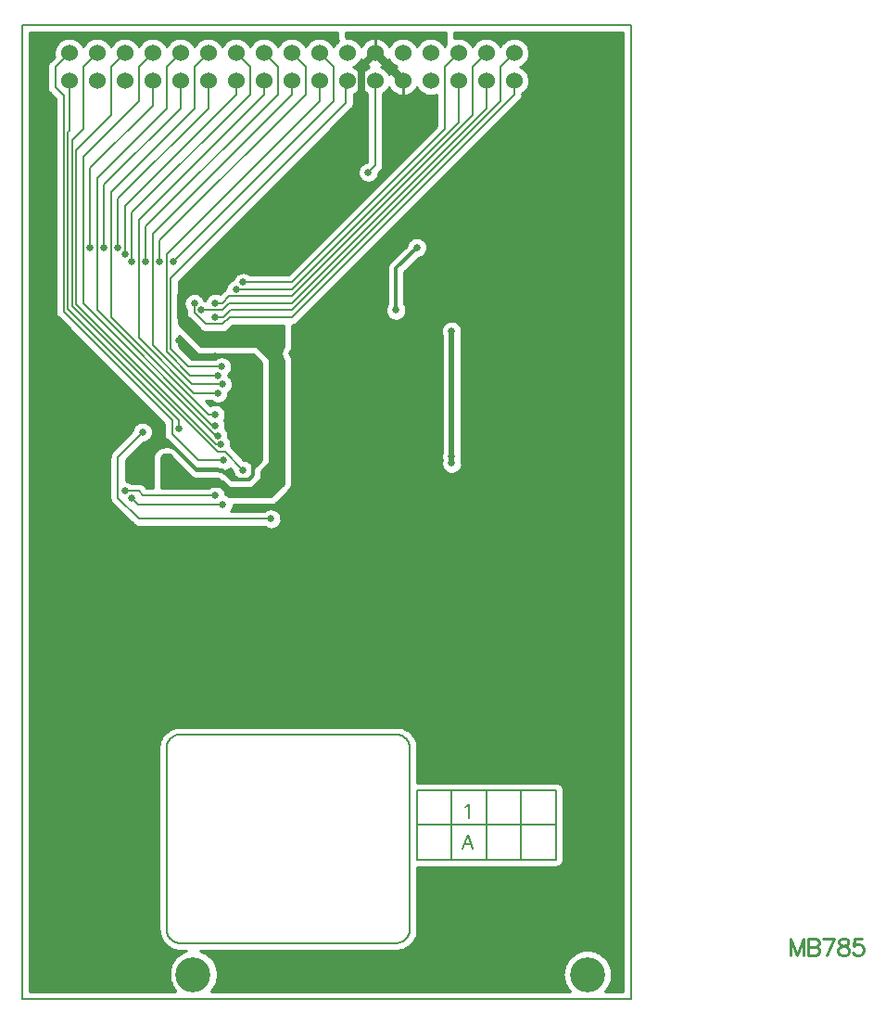
<source format=gbr>
%FSTAX23Y23*%
%MOIN*%
%SFA1B1*%

%IPPOS*%
%ADD10C,0.010000*%
%ADD11C,0.005000*%
%ADD12C,0.012000*%
%ADD13C,0.008000*%
%ADD14C,0.025000*%
%ADD15C,0.030000*%
%ADD16C,0.020000*%
%ADD17C,0.126000*%
%ADD18C,0.060000*%
%ADD19C,0.025000*%
%LNmb785a-1*%
%LPD*%
G54D10*
X-04513Y00062D02*
D01*
X-04513Y00064*
X-04513Y00067*
X-04514Y00069*
X-04515Y00072*
X-04516Y00074*
X-04517Y00076*
X-04519Y00078*
X-0452Y0008*
X-04522Y00082*
X-04524Y00084*
X-04526Y00086*
X-04528Y00088*
X-0453Y00089*
X-04532Y0009*
X-04534Y00092*
X-04537Y00093*
X-04539Y00093*
X-04542Y00094*
X-04544Y00094*
X-04547Y00095*
X-0455Y00095*
X-04552Y00095*
X-04555Y00094*
X-04557Y00094*
X-0456Y00093*
X-04562Y00092*
X-04565Y00091*
X-04567Y0009*
X-04569Y00089*
X-04571Y00088*
X-04574Y00086*
X-04574Y00086*
X-04639Y00126D02*
D01*
X-04637Y00124*
X-04635Y00123*
X-04633Y00121*
X-04632Y0012*
X-0463Y00119*
X-04628Y00118*
X-04626Y00118*
X-04623Y00117*
X-04621Y00117*
X-04619Y00117*
X-04617Y00116*
X-04617Y00117*
X-04639Y00126D02*
D01*
X-04637Y00124*
X-04635Y00123*
X-04633Y00121*
X-04632Y0012*
X-0463Y00119*
X-04628Y00118*
X-04626Y00118*
X-04623Y00117*
X-04621Y00117*
X-04619Y00117*
X-04617Y00116*
X-04617Y00117*
X-04498Y00053D02*
D01*
X-04499Y00054*
X-04502Y00056*
X-04504Y00057*
X-04506Y00059*
X-04508Y0006*
X-04511Y00061*
X-04513Y00062*
Y00092D02*
D01*
X-04511Y0009*
X-04509Y00089*
X-04507Y00087*
X-04506Y00086*
X-04504Y00085*
X-04502Y00084*
X-045Y00084*
X-04497Y00083*
X-04495Y00083*
X-04493Y00083*
X-04491Y00082*
X-04491Y00083*
X-04513Y00092D02*
D01*
X-04511Y0009*
X-04509Y00089*
X-04507Y00087*
X-04506Y00086*
X-04504Y00085*
X-04502Y00084*
X-045Y00084*
X-04497Y00083*
X-04495Y00083*
X-04493Y00083*
X-04491Y00082*
X-04491Y00083*
X-04537Y00593D02*
D01*
X-04539Y00593*
X-04541Y00594*
X-04544Y00594*
X-04547Y00595*
X-04549Y00595*
X-04552Y00595*
X-04554Y00595*
X-04557Y00594*
X-0456Y00593*
X-04562Y00593*
X-04564Y00593*
X-04432Y00083D02*
D01*
X-04429Y00083*
X-04427Y00083*
X-04425Y00083*
X-04423Y00084*
X-04421Y00084*
X-04419Y00085*
X-04417Y00086*
X-04415Y00087*
X-04413Y00088*
X-04412Y0009*
X-0441Y00091*
X-0441Y00092*
X-04432Y00083D02*
D01*
X-04429Y00083*
X-04427Y00083*
X-04425Y00083*
X-04423Y00084*
X-04421Y00084*
X-04419Y00085*
X-04417Y00086*
X-04415Y00087*
X-04413Y00088*
X-04412Y0009*
X-0441Y00091*
X-0441Y00092*
X-04394Y00108D02*
D01*
X-04392Y00109*
X-04391Y00111*
X-04389Y00113*
X-04388Y00114*
X-04387Y00116*
X-04386Y00118*
X-04386Y0012*
X-04385Y00123*
X-04385Y00125*
X-04385Y00127*
X-04384Y00129*
X-04385Y0013*
X-04394Y00108D02*
D01*
X-04392Y00109*
X-04391Y00111*
X-04389Y00113*
X-04388Y00114*
X-04387Y00116*
X-04386Y00118*
X-04386Y0012*
X-04385Y00123*
X-04385Y00125*
X-04385Y00127*
X-04384Y00129*
X-04385Y0013*
X-04655Y00713D02*
D01*
X-04654Y0071*
X-04654Y00708*
X-04654Y00706*
X-04653Y00705*
X-04653Y00703*
X-04652Y00701*
X-04651Y00699*
X-0465Y00697*
X-04649Y00695*
X-04648Y00694*
X-04646Y00692*
X-04646Y00693*
X-04655Y00713D02*
D01*
X-04654Y0071*
X-04654Y00708*
X-04654Y00706*
X-04653Y00705*
X-04653Y00703*
X-04652Y00701*
X-04651Y00699*
X-0465Y00697*
X-04649Y00695*
X-04648Y00694*
X-04646Y00692*
X-04646Y00693*
X-04606Y00653D02*
D01*
X-04604Y00651*
X-04602Y0065*
X-04601Y00649*
X-04599Y00648*
X-04597Y00647*
X-04595Y00646*
X-04593Y00645*
X-04591Y00645*
X-04589Y00644*
X-04587Y00644*
X-04586Y00644*
X-04606Y00653D02*
D01*
X-04604Y00651*
X-04602Y0065*
X-04601Y00649*
X-04599Y00648*
X-04597Y00647*
X-04595Y00646*
X-04593Y00645*
X-04591Y00645*
X-04589Y00644*
X-04587Y00644*
X-04586Y00644*
X-04524D02*
D01*
X-04521Y00644*
X-04519Y00644*
X-04517Y00644*
X-04516Y00645*
X-04514Y00645*
X-04512Y00646*
X-0451Y00647*
X-04508Y00648*
X-04506Y00649*
X-04505Y0065*
X-04503Y00652*
X-04504Y00653*
X-04524Y00644D02*
D01*
X-04521Y00644*
X-04519Y00644*
X-04517Y00644*
X-04516Y00645*
X-04514Y00645*
X-04512Y00646*
X-0451Y00647*
X-04508Y00648*
X-04506Y00649*
X-04505Y0065*
X-04503Y00652*
X-04504Y00653*
X-0459Y00759D02*
D01*
X-0459Y00761*
X-04591Y00763*
X-04593Y00766*
X-04594Y00768*
X-04595Y0077*
X-04597Y00772*
X-04599Y00774*
X-04601Y00776*
X-04603Y00778*
X-04605Y00779*
X-04607Y0078*
X-0461Y00782*
X-04612Y00783*
X-04614Y00783*
X-04617Y00784*
X-0462Y00785*
X-04622Y00785*
X-04625Y00785*
X-04627Y00785*
X-0463Y00785*
X-04633Y00784*
X-04635Y00784*
X-04638Y00783*
X-0464Y00782*
X-04643Y00781*
X-04645Y0078*
X-04647Y00778*
X-04649Y00777*
X-04651Y00775*
X-04653Y00773*
X-04655Y00771*
X-04656Y00769*
X-04658Y00767*
X-04659Y00765*
X-0466Y00762*
X-04661Y0076*
X-04662Y00757*
X-04662Y00755*
X-04663Y00752*
X-04663Y00749*
X-04663Y00747*
X-04663Y00744*
X-04663Y00742*
X-04662Y00739*
X-04662Y00736*
X-04661Y00734*
X-0466Y00732*
X-04658Y00729*
X-04657Y00727*
X-04656Y00725*
X-04655Y00724*
X-04533Y00782D02*
D01*
X-04535Y00783*
X-04537Y00784*
X-0454Y00784*
X-04542Y00785*
X-04545Y00785*
X-04547Y00786*
X-0455Y00786*
X-04553Y00785*
X-04555Y00785*
X-04558Y00785*
X-0456Y00784*
X-04563Y00783*
X-04565Y00782*
X-04567Y00781*
X-0457Y0078*
X-04572Y00778*
X-04574Y00777*
X-04576Y00775*
X-04577Y00773*
X-04579Y00771*
X-04581Y00769*
X-04582Y00767*
X-04583Y00764*
X-04584Y00762*
X-04585Y0076*
X-04587Y00758*
X-04513Y00799D02*
D01*
X-04514Y00798*
X-04516Y00797*
X-04518Y00795*
X-04519Y00794*
X-04521Y00794*
X-04513Y00799D02*
D01*
X-04514Y00798*
X-04516Y00797*
X-04518Y00795*
X-04519Y00794*
X-04521Y00794*
X-04487Y00834D02*
D01*
X-04489Y00833*
X-04491Y00832*
X-04494Y0083*
X-04496Y00829*
X-04498Y00828*
X-045Y00826*
X-04502Y00824*
X-04504Y00822*
X-04506Y0082*
X-04507Y00818*
X-04508Y00816*
X-0451Y00813*
X-04511Y00811*
X-04511Y00809*
X-04512Y00806*
X-04513Y00803*
X-04513Y00801*
X-04513Y00799*
X-04427Y00852D02*
D01*
X-04429Y00853*
X-04431Y00855*
X-04433Y00856*
X-04435Y00857*
X-04438Y00858*
X-0444Y00859*
X-04443Y00859*
X-04446Y0086*
X-04448Y0086*
X-04451Y0086*
X-04453Y0086*
X-04456Y0086*
X-04459Y00859*
X-04461Y00859*
X-04464Y00858*
X-04466Y00857*
X-04468Y00856*
X-04471Y00854*
X-04473Y00853*
X-04475Y00851*
X-04477Y00849*
X-04479Y00847*
X-0448Y00845*
X-04482Y00843*
X-04483Y00841*
X-04484Y00839*
X-04485Y00836*
X-04486Y00834*
X-04487Y00834*
X-04306Y00591D02*
D01*
X-04307Y00588*
X-04308Y00586*
X-0431Y00584*
X-04311Y00581*
X-04312Y00579*
X-04312Y00576*
X-04313Y00574*
X-04313Y00571*
X-04313Y00568*
X-04313Y00566*
X-04313Y00563*
X-04313Y00561*
X-04312Y00558*
X-04311Y00555*
X-0431Y00553*
X-04309Y00551*
X-04308Y00548*
X-04307Y00546*
X-04306Y00546*
Y00591D02*
D01*
X-04307Y00588*
X-04308Y00586*
X-0431Y00584*
X-04311Y00581*
X-04312Y00579*
X-04312Y00576*
X-04313Y00574*
X-04313Y00571*
X-04313Y00568*
X-04313Y00566*
X-04313Y00563*
X-04313Y00561*
X-04312Y00558*
X-04311Y00555*
X-0431Y00553*
X-04309Y00551*
X-04308Y00548*
X-04307Y00546*
X-04306Y00546*
Y00591D02*
D01*
X-04307Y00588*
X-04308Y00586*
X-0431Y00584*
X-04311Y00581*
X-04312Y00579*
X-04312Y00576*
X-04313Y00574*
X-04313Y00571*
X-04313Y00568*
X-04313Y00566*
X-04313Y00563*
X-04313Y00561*
X-04312Y00558*
X-04311Y00555*
X-0431Y00553*
X-04309Y00551*
X-04308Y00548*
X-04307Y00546*
X-04306Y00546*
X-04005Y01256D02*
D01*
X-04007Y01255*
X-0401Y01255*
X-04012Y01254*
X-04015Y01253*
X-04017Y01252*
X-04019Y01251*
X-04021Y01249*
X-04023Y01248*
X-04025Y01246*
X-04027Y01244*
X-04029Y01242*
X-04031Y0124*
X-04032Y01238*
X-04033Y01236*
X-04035Y01234*
X-04036Y01231*
X-04036Y01229*
X-04037Y01226*
X-04037Y01224*
X-04038Y01221*
X-04038Y01218*
X-04038Y01216*
X-04037Y01213*
X-04037Y01211*
X-04036Y01208*
X-04035Y01206*
X-04034Y01203*
X-04033Y01201*
X-04032Y01199*
X-04031Y01197*
X-04029Y01194*
X-04027Y01193*
X-04025Y01191*
X-04023Y01189*
X-04021Y01188*
X-04019Y01186*
X-04017Y01185*
X-04014Y01184*
X-04012Y01183*
X-04009Y01182*
X-04007Y01182*
X-04004Y01181*
X-04002Y01181*
X-03999Y01181*
X-03997Y01182*
X-03994Y01182*
X-03991Y01182*
X-03989Y01183*
X-03986Y01184*
X-03984Y01185*
X-03982Y01186*
X-0398Y01188*
X-03978Y01189*
X-03976Y01191*
X-03974Y01193*
X-03972Y01195*
X-0397Y01197*
X-03969Y01199*
X-03968Y01201*
X-03966Y01203*
X-03965Y01206*
X-03965Y01208*
X-03964Y01211*
X-03964Y01213*
X-03963Y01215*
X-03955Y01223D02*
D01*
X-03953Y01224*
X-03952Y01226*
X-03951Y01227*
X-0395Y01229*
X-03949Y01231*
X-03948Y01233*
X-03947Y01235*
X-03947Y01237*
X-03946Y01239*
X-03946Y01241*
X-03947Y01243*
X-03955Y01223D02*
D01*
X-03953Y01224*
X-03952Y01226*
X-03951Y01227*
X-0395Y01229*
X-03949Y01231*
X-03948Y01233*
X-03947Y01235*
X-03947Y01237*
X-03946Y01239*
X-03946Y01241*
X-03947Y01243*
X-0406Y01448D02*
D01*
X-04058Y01449*
X-04057Y01451*
X-04056Y01452*
X-04055Y01454*
X-04054Y01456*
X-04053Y01458*
X-04052Y0146*
X-04052Y01462*
X-04051Y01464*
X-04051Y01466*
X-04052Y01468*
X-0406Y01448D02*
D01*
X-04058Y01449*
X-04057Y01451*
X-04056Y01452*
X-04055Y01454*
X-04054Y01456*
X-04053Y01458*
X-04052Y0146*
X-04052Y01462*
X-04051Y01464*
X-04051Y01466*
X-04052Y01468*
Y01499D02*
D01*
X-04048Y015*
X-04045Y01502*
X-04042Y01505*
X-04039Y01507*
X-04036Y0151*
X-04034Y01512*
X-04031Y01516*
X-04029Y01519*
X-04027Y01522*
X-04026Y01525*
Y01571D02*
D01*
X-04027Y01574*
X-04029Y01577*
X-04031Y0158*
X-04034Y01583*
X-04036Y01586*
X-04039Y01589*
X-04042Y01591*
X-04045Y01594*
X-04049Y01595*
X-04052Y01597*
X-04053Y01598*
X-04026Y01525D02*
D01*
X-04024Y01521*
X-04022Y01518*
X-0402Y01515*
X-04017Y01512*
X-04015Y01509*
X-04012Y01506*
X-04009Y01504*
X-04006Y01501*
X-04005Y01501*
X-03947D02*
D01*
X-03943Y01503*
X-0394Y01505*
X-03937Y01508*
X-03935Y0151*
X-03932Y01513*
X-0393Y01516*
X-03928Y0152*
X-03926Y01523*
X-03926Y01525*
X-03999Y01598D02*
D01*
X-04002Y01596*
X-04005Y01594*
X-04008Y01592*
X-04011Y01589*
X-04014Y01587*
X-04017Y01584*
X-04019Y01581*
X-04022Y01578*
X-04023Y01574*
X-04025Y01571*
X-04026Y01571*
X-03926D02*
D01*
X-03927Y01574*
X-03929Y01577*
X-03931Y0158*
X-03934Y01583*
X-03936Y01586*
X-03939Y01589*
X-03942Y01591*
X-03945Y01594*
X-03949Y01595*
X-03952Y01597*
X-03953Y01598*
X-04026Y01671D02*
D01*
X-04027Y01674*
X-04029Y01677*
X-04031Y0168*
X-04034Y01683*
X-04036Y01686*
X-04039Y01689*
X-04042Y01691*
X-04045Y01694*
X-04049Y01695*
X-04052Y01697*
X-04056Y01699*
X-04059Y017*
X-04063Y01701*
X-04067Y01702*
X-0407Y01702*
X-04074Y01703*
X-04078Y01702*
X-04081Y01703*
X-04053Y01598D02*
D01*
X-04049Y01599*
X-04046Y01601*
X-04043Y01603*
X-0404Y01606*
X-04037Y01608*
X-04034Y01611*
X-04032Y01614*
X-04029Y01617*
X-04028Y01621*
X-04026Y01624*
X-04026Y01625*
D01*
X-04024Y01621*
X-04022Y01618*
X-0402Y01615*
X-04017Y01612*
X-04015Y01609*
X-04012Y01606*
X-04009Y01604*
X-04006Y01601*
X-04002Y016*
X-03999Y01598*
X-03999Y01598*
X-03926Y01671D02*
D01*
X-03927Y01674*
X-03929Y01677*
X-03931Y0168*
X-03934Y01683*
X-03936Y01686*
X-03939Y01689*
X-03942Y01691*
X-03945Y01694*
X-03949Y01695*
X-03952Y01697*
X-03956Y01699*
X-03959Y017*
X-03963Y01701*
X-03967Y01702*
X-0397Y01702*
X-03974Y01703*
X-03978Y01702*
X-03982Y01702*
X-03986Y01702*
X-03989Y01701*
X-03993Y017*
X-03997Y01698*
X-04Y01697*
X-04004Y01695*
X-04007Y01693*
X-0401Y0169*
X-04013Y01688*
X-04016Y01685*
X-04018Y01682*
X-0402Y01679*
X-04023Y01676*
X-04024Y01673*
X-04026Y01671*
X-03953Y01598D02*
D01*
X-03949Y01599*
X-03946Y01601*
X-03943Y01603*
X-0394Y01606*
X-03937Y01608*
X-03934Y01611*
X-03932Y01614*
X-03929Y01617*
X-03928Y01621*
X-03926Y01624*
X-03926Y01625*
Y01525D02*
D01*
X-03924Y01521*
X-03922Y01518*
X-0392Y01515*
X-03917Y01512*
X-03915Y01509*
X-03912Y01506*
X-03909Y01504*
X-03906Y01501*
X-03902Y015*
X-03899Y01498*
X-03895Y01496*
X-03892Y01495*
X-03888Y01494*
X-03884Y01493*
X-03881Y01493*
X-03877Y01492*
X-03873Y01493*
X-03869Y01493*
X-03865Y01493*
X-03862Y01494*
X-03858Y01495*
X-03854Y01497*
X-03851Y01498*
X-03847Y015*
X-03844Y01502*
X-03841Y01505*
X-03838Y01507*
X-03835Y0151*
X-03833Y01513*
X-03831Y01516*
X-03828Y01519*
X-03827Y01522*
X-03826Y01525*
D01*
X-03824Y01521*
X-03822Y01518*
X-0382Y01515*
X-03817Y01512*
X-03815Y01509*
X-03812Y01506*
X-03809Y01504*
X-03806Y01501*
X-03802Y015*
X-03799Y01498*
X-03795Y01496*
X-03792Y01495*
X-03788Y01494*
X-03784Y01493*
X-03781Y01493*
X-03777Y01492*
X-03773Y01493*
X-03769Y01493*
X-03765Y01493*
X-03762Y01494*
X-03758Y01495*
X-03755Y01497*
X-03899Y01598D02*
D01*
X-03902Y01596*
X-03905Y01594*
X-03908Y01592*
X-03911Y01589*
X-03914Y01587*
X-03917Y01584*
X-03919Y01581*
X-03922Y01578*
X-03923Y01574*
X-03925Y01571*
X-03926Y01571*
Y01625D02*
D01*
X-03924Y01621*
X-03922Y01618*
X-0392Y01615*
X-03917Y01612*
X-03915Y01609*
X-03912Y01606*
X-03909Y01604*
X-03906Y01601*
X-03902Y016*
X-03899Y01598*
X-03899Y01598*
X-03826Y01671D02*
D01*
X-03827Y01674*
X-03829Y01677*
X-03831Y0168*
X-03834Y01683*
X-03836Y01686*
X-03839Y01689*
X-03842Y01691*
X-03845Y01694*
X-03849Y01695*
X-03852Y01697*
X-03856Y01699*
X-03859Y017*
X-03863Y01701*
X-03867Y01702*
X-0387Y01702*
X-03874Y01703*
X-03878Y01702*
X-03882Y01702*
X-03886Y01702*
X-03889Y01701*
X-03893Y017*
X-03897Y01698*
X-039Y01697*
X-03904Y01695*
X-03907Y01693*
X-0391Y0169*
X-03913Y01688*
X-03916Y01685*
X-03918Y01682*
X-0392Y01679*
X-03923Y01676*
X-03924Y01673*
X-03926Y01671*
X-03721Y0168D02*
D01*
X-03723Y01676*
X-03725Y01673*
X-03726Y01671*
D01*
X-03727Y01674*
X-03729Y01677*
X-03731Y0168*
X-03734Y01683*
X-03736Y01686*
X-03739Y01689*
X-03742Y01691*
X-03745Y01694*
X-03749Y01695*
X-03752Y01697*
X-03756Y01699*
X-03759Y017*
X-03763Y01701*
X-03767Y01702*
X-0377Y01702*
X-03774Y01703*
X-03778Y01702*
X-03782Y01702*
X-03786Y01702*
X-03789Y01701*
X-03793Y017*
X-03797Y01698*
X-038Y01697*
X-03804Y01695*
X-03807Y01693*
X-0381Y0169*
X-03813Y01688*
X-03816Y01685*
X-03818Y01682*
X-0382Y01679*
X-03823Y01676*
X-03824Y01673*
X-03826Y01671*
X-0493Y00048D02*
D01*
X-04929Y00045*
X-04929Y00043*
X-04929Y00041*
X-04928Y0004*
X-04928Y00038*
X-04927Y00036*
X-04926Y00034*
X-04925Y00032*
X-04924Y0003*
X-04923Y00029*
X-04921Y00027*
X-04921Y00028*
X-0493Y00048D02*
D01*
X-04929Y00045*
X-04929Y00043*
X-04929Y00041*
X-04928Y0004*
X-04928Y00038*
X-04927Y00036*
X-04926Y00034*
X-04925Y00032*
X-04924Y0003*
X-04923Y00029*
X-04921Y00027*
X-04921Y00028*
X-04846Y-00047D02*
D01*
X-04844Y-00048*
X-04842Y-00049*
X-04841Y-0005*
X-04839Y-00051*
X-04837Y-00052*
X-04835Y-00053*
X-04833Y-00054*
X-04831Y-00054*
X-04829Y-00055*
X-04827Y-00055*
X-04826Y-00056*
X-04846Y-00047D02*
D01*
X-04844Y-00048*
X-04842Y-00049*
X-04841Y-0005*
X-04839Y-00051*
X-04837Y-00052*
X-04835Y-00053*
X-04833Y-00054*
X-04831Y-00054*
X-04829Y-00055*
X-04827Y-00055*
X-04826Y-00056*
X-04852Y00102D02*
D01*
X-04854Y00103*
X-04856Y00105*
X-04858Y00106*
X-0486Y00107*
X-04863Y00108*
X-04865Y00109*
X-04868Y00109*
X-04871Y0011*
X-04872Y00111*
X-04805Y00094D02*
D01*
X-04806Y00095*
X-04808Y00096*
X-04809Y00097*
X-04811Y00098*
X-04813Y00099*
X-04815Y001*
X-04817Y00101*
X-04819Y00101*
X-04821Y00102*
X-04823Y00102*
X-04825Y00102*
X-04826Y00102*
X-04805Y00094D02*
D01*
X-04806Y00095*
X-04808Y00096*
X-04809Y00097*
X-04811Y00098*
X-04813Y00099*
X-04815Y001*
X-04817Y00101*
X-04819Y00101*
X-04821Y00102*
X-04823Y00102*
X-04825Y00102*
X-04826Y00102*
X-04566Y-01724D02*
D01*
X-04561Y-01719*
X-04558Y-01714*
X-04554Y-01709*
X-04551Y-01703*
X-04548Y-01698*
X-04546Y-01692*
X-04544Y-01686*
X-04543Y-0168*
X-04542Y-01674*
X-04541Y-01668*
X-04542Y-01664*
X-04654Y-01579D02*
D01*
X-04659Y-0158*
X-04665Y-01583*
X-0467Y-01586*
X-04676Y-01589*
X-04681Y-01592*
X-04686Y-01596*
X-0469Y-016*
X-04694Y-01605*
X-04698Y-01609*
X-04702Y-01614*
X-04705Y-01619*
X-04708Y-01625*
X-0471Y-0163*
X-04712Y-01636*
X-04714Y-01642*
X-04715Y-01648*
X-04716Y-01654*
X-04716Y-0166*
X-04716Y-01666*
X-04716Y-01673*
X-04715Y-01679*
X-04713Y-01685*
X-04712Y-0169*
X-04709Y-01696*
X-04707Y-01702*
X-04704Y-01707*
X-04701Y-01712*
X-04697Y-01717*
X-04693Y-01722*
X-04693Y-01724*
X-04542Y-01664D02*
D01*
X-04542Y-01657*
X-04542Y-01651*
X-04543Y-01645*
X-04545Y-01639*
X-04547Y-01633*
X-04549Y-01628*
X-04552Y-01622*
X-04555Y-01617*
X-04558Y-01612*
X-04562Y-01607*
X-04566Y-01602*
X-04571Y-01598*
X-04575Y-01594*
X-0458Y-01591*
X-04586Y-01587*
X-04591Y-01584*
X-04597Y-01582*
X-04602Y-0158*
X-04605Y-01579*
X-04753Y-01502D02*
D01*
X-04752Y-01507*
X-04752Y-01512*
X-04751Y-01518*
X-04749Y-01523*
X-04748Y-01528*
X-04746Y-01533*
X-04743Y-01538*
X-04741Y-01543*
X-04738Y-01547*
X-04734Y-01552*
X-04731Y-01556*
X-04727Y-01559*
X-04723Y-01563*
X-04718Y-01566*
X-04714Y-01569*
X-04709Y-01572*
X-04704Y-01574*
X-04699Y-01576*
X-04693Y-01577*
X-04688Y-01578*
X-04683Y-01579*
X-04677Y-01579*
X-04676Y-01579*
Y-00774D02*
D01*
X-04681Y-00774*
X-04686Y-00774*
X-04692Y-00775*
X-04697Y-00777*
X-04702Y-00778*
X-04707Y-0078*
X-04712Y-00783*
X-04717Y-00785*
X-04721Y-00788*
X-04726Y-00792*
X-0473Y-00795*
X-04733Y-00799*
X-04737Y-00803*
X-0474Y-00808*
X-04743Y-00813*
X-04746Y-00817*
X-04748Y-00822*
X-0475Y-00827*
X-04751Y-00833*
X-04752Y-00838*
X-04753Y-00843*
X-04753Y-00849*
X-04753Y-00852*
X-04631Y00163D02*
D01*
X-04629Y00161*
X-04627Y0016*
X-04626Y00159*
X-04624Y00158*
X-04622Y00157*
X-0462Y00156*
X-04618Y00155*
X-04616Y00155*
X-04614Y00154*
X-04612Y00154*
X-04611Y00154*
X-04631Y00163D02*
D01*
X-04629Y00161*
X-04627Y0016*
X-04626Y00159*
X-04624Y00158*
X-04622Y00157*
X-0462Y00156*
X-04618Y00155*
X-04616Y00155*
X-04614Y00154*
X-04612Y00154*
X-04611Y00154*
X-04494Y00002D02*
D01*
X-04492Y00004*
X-0449Y00006*
X-04489Y00008*
X-04488Y0001*
X-04487Y00013*
X-04486Y00015*
X-04486Y00018*
X-04485Y00021*
X-04486Y00023*
X-04517Y00138D02*
D01*
X-04518Y00139*
X-0452Y0014*
X-04521Y00141*
X-04523Y00142*
X-04525Y00143*
X-04527Y00144*
X-04529Y00145*
X-04531Y00145*
X-04533Y00146*
X-04535Y00146*
X-04537Y00146*
X-04538Y00147*
X-04517Y00138D02*
D01*
X-04518Y00139*
X-0452Y0014*
X-04521Y00141*
X-04523Y00142*
X-04525Y00143*
X-04527Y00144*
X-04529Y00145*
X-04531Y00145*
X-04533Y00146*
X-04535Y00146*
X-04537Y00146*
X-04538Y00147*
X-04499Y00125D02*
D01*
X-045Y00126*
X-04503Y00128*
X-04505Y0013*
X-04507Y00131*
X-04509Y00132*
X-04512Y00133*
X-04517Y00138D02*
D01*
X-04518Y00139*
X-0452Y0014*
X-04521Y00141*
X-04523Y00142*
X-04525Y00143*
X-04527Y00144*
X-04529Y00145*
X-04531Y00145*
X-04533Y00146*
X-04535Y00146*
X-04537Y00146*
X-04538Y00147*
X-04499Y00125D02*
D01*
X-045Y00126*
X-04503Y00128*
X-04505Y0013*
X-04507Y00131*
X-04509Y00132*
X-04512Y00133*
X-04544Y00154D02*
D01*
X-04541Y00152*
X-04539Y0015*
X-04537Y00149*
X-04535Y00148*
X-04532Y00147*
X-0453Y00146*
X-04527Y00146*
X-04524Y00145*
X-04522Y00145*
X-04519Y00145*
X-04517Y00145*
X-04514Y00145*
X-04511Y00146*
X-04509Y00146*
X-04506Y00147*
X-04504Y00148*
X-04502Y00149*
X-04499Y00151*
X-04497Y00152*
X-04497Y00154*
X-04488Y00145D02*
D01*
X-04487Y00142*
X-04487Y00139*
X-04486Y00137*
X-04485Y00134*
X-04484Y00132*
X-04483Y0013*
X-04481Y00128*
X-0448Y00126*
X-04478Y00124*
X-04476Y00122*
X-04474Y0012*
X-04472Y00118*
X-0447Y00117*
X-04468Y00116*
X-04466Y00114*
X-04463Y00113*
X-04463Y00113*
X-04413Y00153D02*
D01*
X-04413Y00155*
X-04413Y00158*
X-04414Y0016*
X-04415Y00163*
X-04416Y00165*
X-04417Y00167*
X-04419Y00169*
X-0442Y00171*
X-04422Y00173*
X-04424Y00175*
X-04426Y00177*
X-04428Y00179*
X-0443Y0018*
X-04432Y00181*
X-04434Y00183*
X-04437Y00184*
X-04439Y00184*
X-04442Y00185*
X-04444Y00185*
X-04447Y00186*
X-05125Y00718D02*
D01*
X-05124Y00715*
X-05124Y00713*
X-05124Y00711*
X-05123Y0071*
X-05123Y00708*
X-05122Y00706*
X-05121Y00704*
X-0512Y00702*
X-05119Y007*
X-05118Y00699*
X-05116Y00697*
X-05116Y00698*
X-05125Y00718D02*
D01*
X-05124Y00715*
X-05124Y00713*
X-05124Y00711*
X-05123Y0071*
X-05123Y00708*
X-05122Y00706*
X-05121Y00704*
X-0512Y00702*
X-05119Y007*
X-05118Y00699*
X-05116Y00697*
X-05116Y00698*
X-04921Y00217D02*
D01*
X-04922Y00215*
X-04923Y00213*
X-04924Y00212*
X-04925Y0021*
X-04926Y00208*
X-04927Y00206*
X-04928Y00204*
X-04928Y00202*
X-04929Y002*
X-04929Y00198*
X-04929Y00196*
X-0493Y00196*
X-04921Y00217D02*
D01*
X-04922Y00215*
X-04923Y00213*
X-04924Y00212*
X-04925Y0021*
X-04926Y00208*
X-04927Y00206*
X-04928Y00204*
X-04928Y00202*
X-04929Y002*
X-04929Y00198*
X-04929Y00196*
X-0493Y00196*
X-05155Y01523D02*
D01*
X-05154Y0152*
X-05154Y01518*
X-05154Y01516*
X-05153Y01515*
X-05153Y01513*
X-05152Y01511*
X-05151Y01509*
X-0515Y01507*
X-05149Y01505*
X-05148Y01504*
X-05146Y01502*
X-05146Y01503*
X-05155Y01523D02*
D01*
X-05154Y0152*
X-05154Y01518*
X-05154Y01516*
X-05153Y01515*
X-05153Y01513*
X-05152Y01511*
X-05151Y01509*
X-0515Y01507*
X-05149Y01505*
X-05148Y01504*
X-05146Y01502*
X-05146Y01503*
Y01619D02*
D01*
X-05147Y01617*
X-05148Y01615*
X-05149Y01614*
X-0515Y01612*
X-05151Y0161*
X-05152Y01608*
X-05153Y01606*
X-05153Y01604*
X-05154Y01602*
X-05154Y016*
X-05154Y01598*
X-05155Y01598*
X-05146Y01619D02*
D01*
X-05147Y01617*
X-05148Y01615*
X-05149Y01614*
X-0515Y01612*
X-05151Y0161*
X-05152Y01608*
X-05153Y01606*
X-05153Y01604*
X-05154Y01602*
X-05154Y016*
X-05154Y01598*
X-05155Y01598*
X-05026Y01671D02*
D01*
X-05027Y01674*
X-05029Y01677*
X-05031Y0168*
X-05034Y01683*
X-05036Y01686*
X-05039Y01689*
X-05042Y01691*
X-05045Y01694*
X-05049Y01695*
X-05052Y01697*
X-05056Y01699*
X-05059Y017*
X-05063Y01701*
X-05067Y01702*
X-0507Y01702*
X-05074Y01703*
X-05078Y01702*
X-05082Y01702*
X-05086Y01702*
X-05089Y01701*
X-05093Y017*
X-05097Y01698*
X-051Y01697*
X-05104Y01695*
X-05107Y01693*
X-0511Y0169*
X-05113Y01688*
X-05116Y01685*
X-05118Y01682*
X-0512Y01679*
X-05123Y01676*
X-05124Y01673*
X-05126Y01669*
X-05127Y01666*
X-05129Y01662*
X-05129Y01658*
X-0513Y01654*
X-0513Y01651*
X-05131Y01647*
X-0513Y01643*
X-0513Y01639*
X-05129Y01635*
X-05129Y01636*
X-04926Y01671D02*
D01*
X-04927Y01674*
X-04929Y01677*
X-04931Y0168*
X-04934Y01683*
X-04936Y01686*
X-04939Y01689*
X-04942Y01691*
X-04945Y01694*
X-04949Y01695*
X-04952Y01697*
X-04956Y01699*
X-04959Y017*
X-04963Y01701*
X-04967Y01702*
X-0497Y01702*
X-04974Y01703*
X-04978Y01702*
X-04982Y01702*
X-04986Y01702*
X-04989Y01701*
X-04993Y017*
X-04997Y01698*
X-05Y01697*
X-05004Y01695*
X-05007Y01693*
X-0501Y0169*
X-05013Y01688*
X-05016Y01685*
X-05018Y01682*
X-0502Y01679*
X-05023Y01676*
X-05024Y01673*
X-05026Y01671*
X-04767Y00214D02*
D01*
X-04768Y00212*
X-04769Y0021*
X-0477Y00209*
X-04771Y00207*
X-04772Y00205*
X-04773Y00203*
X-04774Y00201*
X-04774Y00199*
X-04775Y00197*
X-04775Y00195*
X-04775Y00193*
X-04776Y00193*
X-04767Y00214D02*
D01*
X-04768Y00212*
X-04769Y0021*
X-0477Y00209*
X-04771Y00207*
X-04772Y00205*
X-04773Y00203*
X-04774Y00201*
X-04774Y00199*
X-04775Y00197*
X-04775Y00195*
X-04775Y00193*
X-04776Y00193*
X-04809Y00248D02*
D01*
X-04806Y00248*
X-04803Y00248*
X-04801Y00249*
X-04798Y0025*
X-04796Y00251*
X-04794Y00252*
X-04792Y00254*
X-0479Y00255*
X-04788Y00257*
X-04786Y00259*
X-04784Y00261*
X-04782Y00263*
X-04781Y00265*
X-0478Y00267*
X-04778Y00269*
X-04777Y00272*
X-04777Y00274*
X-04776Y00277*
X-04776Y00279*
X-04775Y00282*
X-04775Y00285*
X-04736Y00233D02*
D01*
X-04738Y00232*
X-0474Y00232*
X-04742Y00232*
X-04744Y00231*
X-04746Y00231*
X-04748Y0023*
X-0475Y00229*
X-04751Y00228*
X-04753Y00227*
X-04755Y00225*
X-04756Y00224*
X-04757Y00224*
X-04736Y00233D02*
D01*
X-04738Y00232*
X-0474Y00232*
X-04742Y00232*
X-04744Y00231*
X-04746Y00231*
X-04748Y0023*
X-0475Y00229*
X-04751Y00228*
X-04753Y00227*
X-04755Y00225*
X-04756Y00224*
X-04757Y00224*
X-04694D02*
D01*
X-04695Y00225*
X-04697Y00226*
X-04698Y00227*
X-047Y00228*
X-04702Y00229*
X-04704Y0023*
X-04706Y00231*
X-04708Y00231*
X-0471Y00232*
X-04712Y00232*
X-04714Y00232*
X-04716Y00233*
X-04735Y00278D02*
D01*
X-04734Y00275*
X-04734Y00273*
X-04734Y00271*
X-04733Y0027*
X-04733Y00268*
X-04732Y00266*
X-04731Y00264*
X-0473Y00262*
X-04729Y0026*
X-04728Y00259*
X-04726Y00257*
X-04726Y00258*
X-04735Y00278D02*
D01*
X-04734Y00275*
X-04734Y00273*
X-04734Y00271*
X-04733Y0027*
X-04733Y00268*
X-04732Y00266*
X-04731Y00264*
X-0473Y00262*
X-04729Y0026*
X-04728Y00259*
X-04726Y00257*
X-04726Y00258*
X-04775Y00285D02*
D01*
X-04775Y00287*
X-04775Y0029*
X-04775Y00292*
X-04776Y00295*
X-04777Y00297*
X-04778Y003*
X-04779Y00302*
X-0478Y00305*
X-04782Y00307*
X-04783Y00309*
X-04785Y00311*
X-04787Y00313*
X-04789Y00314*
X-04791Y00316*
X-04794Y00317*
X-04796Y00319*
X-04798Y0032*
X-04801Y00321*
X-04803Y00321*
X-04806Y00322*
X-04809Y00322*
X-04811Y00322*
X-04814*
X-04816Y00322*
X-04819Y00322*
X-04822Y00321*
X-04824Y00321*
X-04827Y0032*
X-04829Y00319*
X-04832Y00317*
X-04834Y00316*
X-04836Y00314*
X-04838Y00313*
X-0484Y00311*
X-04842Y00309*
X-04843Y00307*
X-04845Y00305*
X-04846Y00302*
X-04847Y003*
X-04848Y00297*
X-04849Y00295*
X-0485Y00292*
X-0485Y0029*
X-0485Y00289*
X-04513Y00348D02*
D01*
X-04513Y0035*
X-04513Y00353*
X-04513Y00355*
X-04514Y00358*
X-04515Y0036*
X-04516Y00363*
X-04517Y00365*
X-04518Y00368*
X-0452Y0037*
X-04521Y00372*
X-04523Y00374*
X-04525Y00376*
X-04527Y00377*
X-04529Y00379*
X-04532Y0038*
X-04534Y00382*
X-04536Y00383*
X-04539Y00384*
X-04541Y00384*
X-04544Y00385*
X-04547Y00385*
X-04549Y00385*
X-04552*
X-04554Y00385*
X-04557Y00385*
X-0456Y00384*
X-04562Y00384*
X-04565Y00383*
X-04567Y00382*
X-04568Y00382*
X-04564Y00397D02*
D01*
X-04561Y00395*
X-04559Y00393*
X-04557Y00392*
X-04555Y00391*
X-04552Y0039*
X-0455Y00389*
X-04547Y00389*
X-04544Y00388*
X-04542Y00388*
X-04539Y00388*
X-04537Y00388*
X-04534Y00388*
X-04531Y00389*
X-04529Y00389*
X-04526Y0039*
X-04524Y00391*
X-04522Y00392*
X-04519Y00394*
X-04517Y00395*
X-04515Y00397*
X-04513Y00399*
X-04511Y00401*
X-0451Y00403*
X-04508Y00405*
X-04507Y00407*
X-04506Y00409*
X-04505Y00412*
X-04504Y00414*
X-04503Y00417*
X-04502Y00419*
X-04502Y00422*
X-04502Y00424*
X-04503Y00426*
X-04494Y00233D02*
D01*
X-04493Y00235*
X-04493Y00238*
X-04493Y0024*
X-04504Y00266D02*
D01*
X-04503Y00268*
X-04503Y00271*
X-04493Y0024D02*
D01*
X-04493Y00242*
X-04493Y00245*
X-04493Y00247*
X-04494Y0025*
X-04495Y00252*
X-04496Y00255*
X-04497Y00257*
X-04498Y0026*
X-045Y00262*
X-04501Y00264*
X-04504Y00266*
X-04503Y00271D02*
D01*
X-04503Y00273*
X-04503Y00276*
X-04503Y00278*
X-04504Y00281*
X-04505Y00283*
X-04506Y00286*
X-04507Y00288*
X-04508Y00291*
X-0451Y00293*
X-04511Y00295*
X-04513Y00297*
X-04515Y00298*
X-04513Y00308D02*
D01*
X-04513Y0031*
X-04513Y00313*
X-04513Y00315*
X-04514Y00318*
X-04515Y0032*
X-04516Y00323*
X-04517Y00325*
X-04518Y00328*
X-04519Y00328*
D01*
X-04517Y0033*
X-04516Y00332*
X-04515Y00335*
X-04514Y00337*
X-04514Y0034*
X-04513Y00342*
X-04513Y00345*
X-04513Y00347*
X-04513Y00348*
X-04515Y00298D02*
D01*
X-04514Y003*
X-04513Y00303*
X-04513Y00305*
X-04513Y00308*
X-04503Y00427D02*
D01*
X-045Y00428*
X-04499Y0043*
X-04497Y00432*
X-04495Y00434*
X-04494Y00436*
X-04492Y00438*
X-04491Y0044*
X-0449Y00443*
X-04489Y00445*
X-04488Y00448*
X-04488Y0045*
X-04487Y00453*
X-04487Y00455*
X-04488Y00457*
D01*
X-04488Y00459*
X-04488Y00462*
X-04488Y00464*
X-04489Y00467*
X-0449Y00469*
X-04491Y00472*
X-04492Y00474*
X-04493Y00477*
X-04495Y00479*
X-04496Y00481*
X-04498Y00483*
X-045Y00485*
X-04502Y00486*
X-04504Y00488*
Y00492D02*
D01*
X-04502Y00493*
X-045Y00495*
X-04498Y00497*
X-04496Y00499*
X-04495Y00501*
X-04494Y00504*
X-04493Y00506*
X-04492Y00509*
X-04491Y00511*
X-0449Y00514*
X-0449Y00516*
X-0449Y00519*
X-0449Y0052*
X-04826Y01671D02*
D01*
X-04827Y01674*
X-04829Y01677*
X-04831Y0168*
X-04834Y01683*
X-04836Y01686*
X-04839Y01689*
X-04842Y01691*
X-04845Y01694*
X-04849Y01695*
X-04852Y01697*
X-04856Y01699*
X-04859Y017*
X-04863Y01701*
X-04867Y01702*
X-0487Y01702*
X-04874Y01703*
X-04878Y01702*
X-04882Y01702*
X-04886Y01702*
X-04889Y01701*
X-04893Y017*
X-04897Y01698*
X-049Y01697*
X-04904Y01695*
X-04907Y01693*
X-0491Y0169*
X-04913Y01688*
X-04916Y01685*
X-04918Y01682*
X-0492Y01679*
X-04923Y01676*
X-04924Y01673*
X-04926Y01671*
X-04726D02*
D01*
X-04727Y01674*
X-04729Y01677*
X-04731Y0168*
X-04734Y01683*
X-04736Y01686*
X-04739Y01689*
X-04742Y01691*
X-04745Y01694*
X-04749Y01695*
X-04752Y01697*
X-04756Y01699*
X-04759Y017*
X-04763Y01701*
X-04767Y01702*
X-0477Y01702*
X-04774Y01703*
X-04778Y01702*
X-04782Y01702*
X-04786Y01702*
X-04789Y01701*
X-04793Y017*
X-04797Y01698*
X-048Y01697*
X-04804Y01695*
X-04807Y01693*
X-0481Y0169*
X-04813Y01688*
X-04816Y01685*
X-04818Y01682*
X-0482Y01679*
X-04823Y01676*
X-04824Y01673*
X-04826Y01671*
X-04626D02*
D01*
X-04627Y01674*
X-04629Y01677*
X-04631Y0168*
X-04634Y01683*
X-04636Y01686*
X-04639Y01689*
X-04642Y01691*
X-04645Y01694*
X-04649Y01695*
X-04652Y01697*
X-04656Y01699*
X-04659Y017*
X-04663Y01701*
X-04667Y01702*
X-0467Y01702*
X-04674Y01703*
X-04678Y01702*
X-04682Y01702*
X-04686Y01702*
X-04689Y01701*
X-04693Y017*
X-04697Y01698*
X-047Y01697*
X-04704Y01695*
X-04707Y01693*
X-0471Y0169*
X-04713Y01688*
X-04716Y01685*
X-04718Y01682*
X-0472Y01679*
X-04723Y01676*
X-04724Y01673*
X-04726Y01671*
X-04622Y00572D02*
D01*
X-0462Y0057*
X-04618Y00569*
X-04617Y00568*
X-04615Y00567*
X-04613Y00566*
X-04611Y00565*
X-04609Y00564*
X-04607Y00564*
X-04605Y00563*
X-04603Y00563*
X-04601Y00563*
X-04601Y00563*
X-04622Y00572D02*
D01*
X-0462Y0057*
X-04618Y00569*
X-04617Y00568*
X-04615Y00567*
X-04613Y00566*
X-04611Y00565*
X-04609Y00564*
X-04607Y00564*
X-04605Y00563*
X-04603Y00563*
X-04601Y00563*
X-04601Y00563*
X-04564D02*
D01*
X-04561Y00563*
X-04559Y00563*
X-04557Y00563*
X-04555Y00564*
X-04553Y00564*
X-04553Y00565*
X-0449Y0052D02*
D01*
X-0449Y00522*
X-0449Y00525*
X-0449Y00527*
X-04491Y0053*
X-04492Y00532*
X-04493Y00535*
X-04494Y00537*
X-04495Y0054*
X-04497Y00542*
X-04498Y00544*
X-045Y00546*
X-04502Y00548*
X-04504Y00549*
X-04506Y00551*
X-04509Y00552*
X-04511Y00554*
X-04513Y00555*
X-04516Y00556*
X-04518Y00556*
X-04521Y00557*
X-04524Y00557*
X-04526Y00557*
X-04529*
X-04531Y00557*
X-04534Y00557*
X-04537Y00556*
X-04539Y00556*
X-04542Y00555*
X-04544Y00554*
X-04547Y00552*
X-04549Y00551*
X-04551Y00549*
X-04552Y00549*
X-04548Y00565D02*
D01*
X-04546Y00564*
X-04543Y00563*
X-04541Y00563*
X-04539Y00563*
X-04537Y00562*
X-04537Y00563*
X-04548Y00565D02*
D01*
X-04548Y00565*
X-04549Y00565*
X-04549Y00565*
X-0455Y00565*
X-0455Y00565*
X-04551Y00565*
X-04551Y00565*
X-04552Y00565*
X-04552Y00565*
X-04553Y00565*
X-04526Y01671D02*
D01*
X-04527Y01674*
X-04529Y01677*
X-04531Y0168*
X-04534Y01683*
X-04536Y01686*
X-04539Y01689*
X-04542Y01691*
X-04545Y01694*
X-04549Y01695*
X-04552Y01697*
X-04556Y01699*
X-04559Y017*
X-04563Y01701*
X-04567Y01702*
X-0457Y01702*
X-04574Y01703*
X-04578Y01702*
X-04582Y01702*
X-04586Y01702*
X-04589Y01701*
X-04593Y017*
X-04597Y01698*
X-046Y01697*
X-04604Y01695*
X-04607Y01693*
X-0461Y0169*
X-04613Y01688*
X-04616Y01685*
X-04618Y01682*
X-0462Y01679*
X-04623Y01676*
X-04624Y01673*
X-04626Y01671*
X-04426D02*
D01*
X-04427Y01674*
X-04429Y01677*
X-04431Y0168*
X-04434Y01683*
X-04436Y01686*
X-04439Y01689*
X-04442Y01691*
X-04445Y01694*
X-04449Y01695*
X-04452Y01697*
X-04456Y01699*
X-04459Y017*
X-04463Y01701*
X-04467Y01702*
X-0447Y01702*
X-04474Y01703*
X-04478Y01702*
X-04482Y01702*
X-04486Y01702*
X-04489Y01701*
X-04493Y017*
X-04497Y01698*
X-045Y01697*
X-04504Y01695*
X-04507Y01693*
X-0451Y0169*
X-04513Y01688*
X-04516Y01685*
X-04518Y01682*
X-0452Y01679*
X-04523Y01676*
X-04524Y01673*
X-04526Y01671*
X-03901Y-01579D02*
D01*
X-03895Y-01578*
X-0389Y-01578*
X-03884Y-01577*
X-03879Y-01575*
X-03874Y-01574*
X-03869Y-01572*
X-03864Y-01569*
X-03859Y-01567*
X-03855Y-01564*
X-0385Y-0156*
X-03846Y-01557*
X-03843Y-01553*
X-03839Y-01549*
X-03836Y-01544*
X-03833Y-0154*
X-0383Y-01535*
X-03828Y-0153*
X-03826Y-01525*
X-03825Y-01519*
X-03824Y-01514*
X-03823Y-01509*
X-03823Y-01503*
X-03823Y-01502*
Y-00852D02*
D01*
X-03823Y-00846*
X-03823Y-00841*
X-03824Y-00835*
X-03826Y-0083*
X-03827Y-00825*
X-03829Y-0082*
X-03832Y-00815*
X-03834Y-0081*
X-03837Y-00806*
X-03841Y-00801*
X-03844Y-00797*
X-03848Y-00794*
X-03852Y-0079*
X-03857Y-00787*
X-03862Y-00784*
X-03866Y-00781*
X-03871Y-00779*
X-03876Y-00777*
X-03882Y-00776*
X-03887Y-00775*
X-03892Y-00774*
X-03898Y-00774*
X-03901Y-00774*
X-04438Y00113D02*
D01*
X-04435Y00113*
X-04433Y00115*
X-0443Y00116*
X-04428Y00117*
X-04426Y00119*
X-04424Y0012*
X-04422Y00122*
X-04421Y00124*
X-04419Y00126*
X-04418Y00128*
X-04417Y00131*
X-04415Y00133*
X-04415Y00135*
X-04415Y00138*
X-04374Y-00056D02*
D01*
X-04371Y-00057*
X-04369Y-00059*
X-04367Y-0006*
X-04365Y-00061*
X-04362Y-00062*
X-0436Y-00063*
X-04357Y-00063*
X-04354Y-00064*
X-04352Y-00064*
X-04349Y-00064*
X-04347Y-00064*
X-04344Y-00064*
X-04341Y-00063*
X-04339Y-00063*
X-04336Y-00062*
X-04334Y-00061*
X-04332Y-0006*
X-04329Y-00058*
X-04327Y-00057*
X-04325Y-00055*
X-04323Y-00053*
X-04321Y-00051*
X-0432Y-00049*
X-04318Y-00047*
X-04317Y-00045*
X-04316Y-00043*
X-04315Y-0004*
X-04314Y-00038*
X-04313Y-00035*
X-04312Y-00033*
X-04312Y-0003*
X-04312Y-00028*
X-04313Y-00027*
D01*
X-04313Y-00024*
X-04313Y-00021*
X-04313Y-00019*
X-04314Y-00016*
X-04315Y-00014*
X-04316Y-00011*
X-04317Y-00009*
X-04318Y-00006*
X-0432Y-00004*
X-04321Y-00002*
X-04323Y0*
X-04325Y00001*
X-04327Y00002*
X-04329Y00004*
X-04332Y00005*
X-04334Y00007*
X-04336Y00008*
X-04339Y00009*
X-04341Y00009*
X-04344Y0001*
X-04347Y0001*
X-04349Y0001*
X-04352*
X-04354Y0001*
X-04357Y0001*
X-0436Y00009*
X-04362Y00009*
X-04365Y00008*
X-04367Y00007*
X-0437Y00005*
X-04372Y00004*
X-04374Y00002*
X-04374Y00002*
X-04351Y00023D02*
D01*
X-04348Y00023*
X-04346Y00023*
X-04344Y00023*
X-04342Y00024*
X-0434Y00024*
X-04338Y00025*
X-04336Y00026*
X-04335Y00027*
X-04333Y00028*
X-04331Y0003*
X-0433Y00031*
X-04329Y00032*
X-04351Y00023D02*
D01*
X-04348Y00023*
X-04346Y00023*
X-04344Y00023*
X-04342Y00024*
X-0434Y00024*
X-04338Y00025*
X-04336Y00026*
X-04335Y00027*
X-04333Y00028*
X-04331Y0003*
X-0433Y00031*
X-04329Y00032*
X-04284Y00077D02*
D01*
X-04282Y00078*
X-04281Y0008*
X-0428Y00081*
X-04279Y00083*
X-04278Y00085*
X-04277Y00087*
X-04276Y00089*
X-04276Y00091*
X-04275Y00093*
X-04275Y00095*
X-04275Y00097*
X-04276Y00098*
X-04284Y00077D02*
D01*
X-04282Y00078*
X-04281Y0008*
X-0428Y00081*
X-04279Y00083*
X-04278Y00085*
X-04277Y00087*
X-04276Y00089*
X-04276Y00091*
X-04275Y00093*
X-04275Y00095*
X-04275Y00097*
X-04276Y00098*
X-03124Y-01664D02*
D01*
X-03124Y-01657*
X-03124Y-01651*
X-03125Y-01645*
X-03127Y-01639*
X-03129Y-01633*
X-03131Y-01628*
X-03134Y-01622*
X-03137Y-01617*
X-0314Y-01612*
X-03144Y-01607*
X-03148Y-01602*
X-03153Y-01598*
X-03157Y-01594*
X-03162Y-01591*
X-03168Y-01587*
X-03173Y-01584*
X-03179Y-01582*
X-03184Y-0158*
X-0319Y-01578*
X-03196Y-01577*
X-03202Y-01576*
X-03208Y-01576*
X-03215*
X-03221Y-01576*
X-03227Y-01577*
X-03233Y-01578*
X-03239Y-0158*
X-03244Y-01582*
X-0325Y-01584*
X-03256Y-01587*
X-03261Y-01591*
X-03266Y-01594*
X-0327Y-01598*
X-03275Y-01602*
X-03279Y-01607*
X-03283Y-01612*
X-03286Y-01617*
X-03289Y-01622*
X-03292Y-01628*
X-03294Y-01633*
X-03296Y-01639*
X-03298Y-01645*
X-03299Y-01651*
X-03299Y-01657*
X-033Y-01664*
X-03299Y-0167*
X-03299Y-01676*
X-03298Y-01682*
X-03296Y-01688*
X-03294Y-01694*
X-03292Y-01699*
X-03289Y-01705*
X-03286Y-0171*
X-03283Y-01715*
X-03279Y-0172*
X-03276Y-01724*
X-03148D02*
D01*
X-03143Y-01719*
X-0314Y-01714*
X-03136Y-01709*
X-03133Y-01703*
X-0313Y-01698*
X-03128Y-01692*
X-03126Y-01686*
X-03125Y-0168*
X-03124Y-01674*
X-03123Y-01668*
X-03124Y-01664*
X-03326Y-01279D02*
D01*
X-03324Y-01278*
X-03322Y-01278*
X-0332Y-01278*
X-03318Y-01277*
X-03316Y-01277*
X-03315Y-01276*
X-03313Y-01275*
X-03311Y-01274*
X-0331Y-01273*
X-03308Y-01272*
X-03307Y-01271*
X-03305Y-0127*
X-03304Y-01268*
X-03303Y-01267*
X-03302Y-01265*
X-03301Y-01263*
X-033Y-01262*
X-033Y-0126*
X-03299Y-01258*
X-03299Y-01256*
X-03299Y-01254*
X-03299Y-01252*
X-03298Y-01252*
X-03326Y-01279D02*
D01*
X-03324Y-01278*
X-03322Y-01278*
X-0332Y-01278*
X-03318Y-01277*
X-03316Y-01277*
X-03315Y-01276*
X-03313Y-01275*
X-03311Y-01274*
X-0331Y-01273*
X-03308Y-01272*
X-03307Y-01271*
X-03305Y-0127*
X-03304Y-01268*
X-03303Y-01267*
X-03302Y-01265*
X-03301Y-01263*
X-033Y-01262*
X-033Y-0126*
X-03299Y-01258*
X-03299Y-01256*
X-03299Y-01254*
X-03299Y-01252*
X-03298Y-01252*
Y-01002D02*
D01*
X-03298Y-01*
X-03298Y-00998*
X-03298Y-00996*
X-03299Y-00994*
X-03299Y-00992*
X-033Y-00991*
X-03301Y-00989*
X-03302Y-00987*
X-03303Y-00986*
X-03304Y-00984*
X-03305Y-00983*
X-03306Y-00981*
X-03308Y-0098*
X-03309Y-00979*
X-03311Y-00978*
X-03313Y-00977*
X-03314Y-00976*
X-03316Y-00976*
X-03318Y-00975*
X-0332Y-00975*
X-03322Y-00975*
X-03324Y-00975*
X-03325*
X-03326Y-00974*
X-03298Y-01002D02*
D01*
X-03298Y-01*
X-03298Y-00998*
X-03298Y-00996*
X-03299Y-00994*
X-03299Y-00992*
X-033Y-00991*
X-03301Y-00989*
X-03302Y-00987*
X-03303Y-00986*
X-03304Y-00984*
X-03305Y-00983*
X-03306Y-00981*
X-03308Y-0098*
X-03309Y-00979*
X-03311Y-00978*
X-03313Y-00977*
X-03314Y-00976*
X-03316Y-00976*
X-03318Y-00975*
X-0332Y-00975*
X-03322Y-00975*
X-03324Y-00975*
X-03325*
X-03326Y-00974*
X-04406Y00165D02*
D01*
X-04407Y00163*
X-04408Y00161*
X-04409Y0016*
X-0441Y00158*
X-04411Y00156*
X-04412Y00154*
X-04413Y00153*
X-04282Y00573D02*
D01*
X-04282Y00572*
X-04282Y00572*
X-04282Y00571*
X-04282Y00571*
X-04283Y0057*
X-04283Y0057*
X-04283Y00569*
X-04283Y00569*
X-04283Y00568*
X-04283Y00568*
X-04283Y00567*
X-04282Y00567*
X-04282Y00566*
X-04282Y00566*
X-04282Y00565*
X-04282Y00565*
X-04281Y00564*
X-04281Y00564*
X-04282Y00564*
X-04276Y00546D02*
D01*
X-04276Y00548*
X-04276Y0055*
X-04276Y00552*
X-04277Y00554*
X-04277Y00556*
X-04278Y00558*
X-04279Y0056*
X-0428Y00561*
X-04281Y00563*
X-04282Y00564*
X-04276Y00546D02*
D01*
X-04276Y00548*
X-04276Y0055*
X-04276Y00552*
X-04277Y00554*
X-04277Y00556*
X-04278Y00558*
X-04279Y0056*
X-0428Y00561*
X-04281Y00563*
X-04282Y00564*
X-04276Y00546D02*
D01*
X-04276Y00548*
X-04276Y0055*
X-04276Y00552*
X-04277Y00554*
X-04277Y00556*
X-04278Y00558*
X-04279Y0056*
X-0428Y00561*
X-04281Y00563*
X-04282Y00564*
X-04276Y00546D02*
D01*
X-04276Y00548*
X-04276Y0055*
X-04276Y00552*
X-04277Y00554*
X-04277Y00556*
X-04278Y00558*
X-04279Y0056*
X-0428Y00561*
X-04281Y00563*
X-04282Y00564*
Y00573D02*
D01*
X-04282Y00572*
X-04282Y00572*
X-04282Y00571*
X-04282Y00571*
X-04283Y0057*
X-04283Y0057*
X-04283Y00569*
X-04283Y00569*
X-04283Y00568*
X-04283Y00568*
X-04283Y00567*
X-04282Y00567*
X-04282Y00566*
X-04282Y00566*
X-04282Y00565*
X-04282Y00565*
X-04281Y00564*
X-04281Y00564*
X-04282Y00564*
Y00573D02*
D01*
X-04282Y00572*
X-04282Y00572*
X-04282Y00571*
X-04282Y00571*
X-04283Y0057*
X-04283Y0057*
X-04283Y00569*
X-04283Y00569*
X-04283Y00568*
X-04283Y00568*
X-04283Y00567*
X-04282Y00567*
X-04282Y00566*
X-04282Y00566*
X-04282Y00565*
X-04282Y00565*
X-04281Y00564*
X-04281Y00564*
X-04282Y00564*
Y00573D02*
D01*
X-0428Y00574*
X-04279Y00576*
X-04278Y00578*
X-04277Y0058*
X-04277Y00582*
X-04276Y00584*
X-04276Y00586*
X-04276Y00588*
X-04276Y0059*
X-04276Y00591*
X-04282Y00573D02*
D01*
X-0428Y00574*
X-04279Y00576*
X-04278Y00578*
X-04277Y0058*
X-04277Y00582*
X-04276Y00584*
X-04276Y00586*
X-04276Y00588*
X-04276Y0059*
X-04276Y00591*
X-04282Y00573D02*
D01*
X-0428Y00574*
X-04279Y00576*
X-04278Y00578*
X-04277Y0058*
X-04277Y00582*
X-04276Y00584*
X-04276Y00586*
X-04276Y00588*
X-04276Y0059*
X-04276Y00591*
X-04282Y00573D02*
D01*
X-0428Y00574*
X-04279Y00576*
X-04278Y00578*
X-04277Y0058*
X-04277Y00582*
X-04276Y00584*
X-04276Y00586*
X-04276Y00588*
X-04276Y0059*
X-04276Y00591*
X-03736Y00212D02*
D01*
X-03736Y00209*
X-03737Y00207*
X-03737Y00204*
X-03738Y00201*
X-03738Y00199*
X-03738Y00196*
X-03738Y00194*
X-03737Y00191*
X-03736Y00188*
X-03736Y00186*
X-03736Y00185*
X-04276Y00669D02*
D01*
X-04273Y00669*
X-04271Y00669*
X-04269Y00669*
X-04268Y0067*
X-04266Y0067*
X-04264Y00671*
X-04262Y00672*
X-0426Y00673*
X-04258Y00674*
X-04257Y00675*
X-04255Y00677*
X-04255Y00678*
X-04276Y00669D02*
D01*
X-04273Y00669*
X-04271Y00669*
X-04269Y00669*
X-04268Y0067*
X-04266Y0067*
X-04264Y00671*
X-04262Y00672*
X-0426Y00673*
X-04258Y00674*
X-04257Y00675*
X-04255Y00677*
X-04255Y00678*
X-03932Y00744D02*
D01*
X-03933Y00741*
X-03934Y00739*
X-03935Y00737*
X-03936Y00734*
X-03937Y00732*
X-03937Y00729*
X-03938Y00726*
X-03938Y00724*
X-03938Y00721*
X-03938Y00719*
X-03937Y00716*
X-03937Y00714*
X-03936Y00711*
X-03935Y00709*
X-03934Y00706*
X-03933Y00704*
X-03932Y00702*
X-0393Y007*
X-03928Y00698*
X-03927Y00696*
X-03925Y00694*
X-03923Y00692*
X-0392Y00691*
X-03918Y00689*
X-03916Y00688*
X-03913Y00687*
X-03911Y00687*
X-03908Y00686*
X-03906Y00685*
X-03903Y00685*
X-03901Y00685*
X-03898Y00685*
X-03895Y00685*
X-03893Y00686*
X-0389Y00686*
X-03888Y00687*
X-03885Y00688*
X-03883Y00689*
X-03881Y00691*
X-03879Y00692*
X-03876Y00694*
X-03875Y00696*
X-03873Y00697*
X-03871Y00699*
X-0387Y00702*
X-03868Y00704*
X-03867Y00706*
X-03866Y00708*
X-03865Y00711*
X-03864Y00713*
X-03864Y00716*
X-03863Y00719*
X-03863Y00721*
X-03863Y00723*
D01*
X-03863Y00725*
X-03863Y00728*
X-03863Y0073*
X-03864Y00733*
X-03865Y00735*
X-03866Y00738*
X-03867Y0074*
X-03868Y00743*
X-0387Y00744*
X-04326Y01671D02*
D01*
X-04327Y01674*
X-04329Y01677*
X-04331Y0168*
X-04334Y01683*
X-04336Y01686*
X-04339Y01689*
X-04342Y01691*
X-04345Y01694*
X-04349Y01695*
X-04352Y01697*
X-04356Y01699*
X-04359Y017*
X-04363Y01701*
X-04367Y01702*
X-0437Y01702*
X-04374Y01703*
X-04378Y01702*
X-04382Y01702*
X-04386Y01702*
X-04389Y01701*
X-04393Y017*
X-04397Y01698*
X-044Y01697*
X-04404Y01695*
X-04407Y01693*
X-0441Y0169*
X-04413Y01688*
X-04416Y01685*
X-04418Y01682*
X-0442Y01679*
X-04423Y01676*
X-04424Y01673*
X-04426Y01671*
X-04226D02*
D01*
X-04227Y01674*
X-04229Y01677*
X-04231Y0168*
X-04234Y01683*
X-04236Y01686*
X-04239Y01689*
X-04242Y01691*
X-04245Y01694*
X-04249Y01695*
X-04252Y01697*
X-04256Y01699*
X-04259Y017*
X-04263Y01701*
X-04267Y01702*
X-0427Y01702*
X-04274Y01703*
X-04278Y01702*
X-04282Y01702*
X-04286Y01702*
X-04289Y01701*
X-04293Y017*
X-04297Y01698*
X-043Y01697*
X-04304Y01695*
X-04307Y01693*
X-0431Y0169*
X-04313Y01688*
X-04316Y01685*
X-04318Y01682*
X-0432Y01679*
X-04323Y01676*
X-04324Y01673*
X-04326Y01671*
X-04126D02*
D01*
X-04127Y01674*
X-04129Y01677*
X-04131Y0168*
X-04134Y01683*
X-04136Y01686*
X-04139Y01689*
X-04142Y01691*
X-04145Y01694*
X-04149Y01695*
X-04152Y01697*
X-04156Y01699*
X-04159Y017*
X-04163Y01701*
X-04167Y01702*
X-0417Y01702*
X-04174Y01703*
X-04178Y01702*
X-04182Y01702*
X-04186Y01702*
X-04189Y01701*
X-04193Y017*
X-04197Y01698*
X-042Y01697*
X-04204Y01695*
X-04207Y01693*
X-0421Y0169*
X-04213Y01688*
X-04216Y01685*
X-04218Y01682*
X-0422Y01679*
X-04223Y01676*
X-04224Y01673*
X-04226Y01671*
X-04109Y01692D02*
D01*
X-04111Y01689*
X-04114Y01686*
X-04117Y01684*
X-04119Y01681*
X-04122Y01678*
X-04124Y01674*
X-04125Y01671*
X-04126Y01671*
X-04111Y01703D02*
D01*
X-0411Y017*
X-0411Y01698*
X-0411Y01696*
X-04109Y01694*
X-04109Y01692*
X-04109Y01692*
X-03923Y00895D02*
D01*
X-03924Y00893*
X-03925Y00891*
X-03927Y00889*
X-03928Y00888*
X-03929Y00886*
X-0393Y00884*
X-0393Y00882*
X-03931Y00879*
X-03931Y00877*
X-03931Y00875*
X-03932Y00873*
X-03932Y00873*
X-03923Y00895D02*
D01*
X-03924Y00893*
X-03925Y00891*
X-03927Y00889*
X-03928Y00888*
X-03929Y00886*
X-0393Y00884*
X-0393Y00882*
X-03931Y00879*
X-03931Y00877*
X-03931Y00875*
X-03932Y00873*
X-03932Y00873*
X-03819Y00911D02*
D01*
X-03816Y00911*
X-03813Y00912*
X-03811Y00913*
X-03809Y00914*
X-03806Y00915*
X-03804Y00917*
X-03802Y00918*
X-038Y0092*
X-03798Y00922*
X-03796Y00924*
X-03795Y00926*
X-03793Y00928*
X-03792Y0093*
X-03791Y00933*
X-0379Y00935*
X-03789Y00938*
X-03789Y0094*
X-03788Y00943*
X-03788Y00945*
X-03788Y00948*
X-04111Y01703D02*
D01*
X-0411Y017*
X-0411Y01698*
X-0411Y01696*
X-04109Y01694*
X-04109Y01692*
X-04109Y01692*
X-03788Y00948D02*
D01*
X-03788Y0095*
X-03788Y00953*
X-03788Y00955*
X-03789Y00958*
X-0379Y0096*
X-03791Y00963*
X-03792Y00965*
X-03793Y00968*
X-03795Y0097*
X-03796Y00972*
X-03798Y00974*
X-038Y00976*
X-03802Y00977*
X-03804Y00979*
X-03807Y0098*
X-03809Y00982*
X-03811Y00983*
X-03814Y00984*
X-03816Y00984*
X-03819Y00985*
X-03822Y00985*
X-03824Y00985*
X-03827*
X-03829Y00985*
X-03832Y00985*
X-03835Y00984*
X-03837Y00984*
X-0384Y00983*
X-03842Y00982*
X-03845Y0098*
X-03847Y00979*
X-03849Y00977*
X-03851Y00976*
X-03853Y00974*
X-03855Y00972*
X-03856Y0097*
X-03858Y00968*
X-03859Y00965*
X-0386Y00963*
X-03861Y0096*
X-03862Y00958*
X-03863Y00955*
X-03862Y00955*
X-03736Y00185D02*
D01*
X-03736Y00182*
X-03737Y00179*
X-03737Y00177*
X-03737Y00174*
X-03737Y00171*
X-03737Y00169*
X-03737Y00166*
X-03736Y00164*
X-03736Y00161*
X-03735Y00159*
X-03734Y00156*
X-03733Y00154*
X-03731Y00152*
X-0373Y00149*
X-03728Y00147*
X-03726Y00145*
X-03724Y00144*
X-03722Y00142*
X-0372Y0014*
X-03718Y00139*
X-03715Y00138*
X-03713Y00137*
X-0371Y00136*
X-03708Y00135*
X-03705Y00135*
X-03702Y00135*
X-037Y00135*
X-03697Y00135*
X-03695Y00135*
X-03692Y00135*
X-03689Y00136*
X-03687Y00137*
X-03684Y00138*
X-03682Y00139*
X-0368Y0014*
X-03677Y00142*
X-03675Y00143*
X-03673Y00145*
X-03671Y00147*
X-0367Y00149*
X-03668Y00151*
X-03667Y00153*
X-03666Y00156*
X-03664Y00158*
X-03664Y00161*
X-03663Y00163*
X-03662Y00166*
X-03662Y00168*
X-03662Y00171*
X-03663Y00174*
Y00198D02*
D01*
X-03663Y002*
X-03663Y00203*
X-03663Y00205*
X-03664Y00208*
X-03665Y0021*
X-03666Y00212*
X-03663Y00648D02*
D01*
X-03663Y0065*
X-03663Y00653*
X-03663Y00655*
X-03664Y00658*
X-03665Y0066*
X-03666Y00663*
X-03667Y00665*
X-03668Y00668*
X-0367Y0067*
X-03671Y00672*
X-03673Y00674*
X-03675Y00676*
X-03677Y00677*
X-03679Y00679*
X-03682Y0068*
X-03684Y00682*
X-03686Y00683*
X-03689Y00684*
X-03691Y00684*
X-03694Y00685*
X-03697Y00685*
X-03699Y00685*
X-03702*
X-03704Y00685*
X-03707Y00685*
X-0371Y00684*
X-03712Y00684*
X-03715Y00683*
X-03717Y00682*
X-0372Y0068*
X-03722Y00679*
X-03724Y00677*
X-03726Y00676*
X-03728Y00674*
X-0373Y00672*
X-03731Y0067*
X-03733Y00668*
X-03734Y00665*
X-03735Y00663*
X-03736Y0066*
X-03737Y00658*
X-03738Y00655*
X-03738Y00653*
X-03738Y0065*
X-03739Y00647*
X-03738Y00645*
X-03738Y00642*
X-03738Y0064*
X-03737Y00637*
X-03736Y00635*
X-03736Y00635*
X-03663Y00174D02*
D01*
X-03663Y00176*
X-03663Y00179*
X-03663Y00181*
X-03664Y00184*
X-03665Y00187*
D01*
X-03664Y00189*
X-03663Y00192*
X-03663Y00194*
X-03663Y00197*
X-03663Y00198*
X-03666Y00635D02*
D01*
X-03665Y00637*
X-03664Y00639*
X-03664Y00642*
X-03663Y00645*
X-03663Y00647*
X-03663Y00648*
X-03626Y01671D02*
D01*
X-03627Y01674*
X-03629Y01677*
X-03631Y0168*
X-03634Y01683*
X-03636Y01686*
X-03639Y01689*
X-03642Y01691*
X-03645Y01694*
X-03649Y01695*
X-03652Y01697*
X-03656Y01699*
X-03659Y017*
X-03663Y01701*
X-03667Y01702*
X-0367Y01702*
X-03674Y01703*
X-03678Y01702*
X-03682Y01702*
X-03686Y01702*
X-03689Y01701*
X-03691Y01701*
X-03526Y01671D02*
D01*
X-03527Y01674*
X-03529Y01677*
X-03531Y0168*
X-03534Y01683*
X-03536Y01686*
X-03539Y01689*
X-03542Y01691*
X-03545Y01694*
X-03549Y01695*
X-03552Y01697*
X-03556Y01699*
X-03559Y017*
X-03563Y01701*
X-03567Y01702*
X-0357Y01702*
X-03574Y01703*
X-03578Y01702*
X-03582Y01702*
X-03586Y01702*
X-03589Y01701*
X-03593Y017*
X-03597Y01698*
X-036Y01697*
X-03604Y01695*
X-03607Y01693*
X-0361Y0169*
X-03613Y01688*
X-03616Y01685*
X-03618Y01682*
X-0362Y01679*
X-03623Y01676*
X-03624Y01673*
X-03626Y01671*
X-03455Y01478D02*
D01*
X-03453Y01479*
X-03452Y01481*
X-03451Y01482*
X-0345Y01484*
X-03449Y01486*
X-03448Y01488*
X-03447Y0149*
X-03447Y01492*
X-03446Y01494*
X-03446Y01496*
X-03447Y01498*
X-03455Y01478D02*
D01*
X-03453Y01479*
X-03452Y01481*
X-03451Y01482*
X-0345Y01484*
X-03449Y01486*
X-03448Y01488*
X-03447Y0149*
X-03447Y01492*
X-03446Y01494*
X-03446Y01496*
X-03447Y01498*
Y01501D02*
D01*
X-03443Y01503*
X-0344Y01505*
X-03437Y01508*
X-03435Y0151*
X-03432Y01513*
X-0343Y01516*
X-03428Y0152*
X-03426Y01523*
X-03424Y01527*
X-03423Y0153*
X-03422Y01534*
X-03421Y01538*
X-03421Y01541*
X-0342Y01545*
X-03421Y01548*
D01*
X-03421Y01551*
X-03421Y01555*
X-03422Y01559*
X-03423Y01563*
X-03424Y01566*
X-03425Y0157*
X-03427Y01573*
X-03429Y01577*
X-03431Y0158*
X-03433Y01583*
X-03436Y01586*
X-03439Y01588*
X-03442Y01591*
X-03445Y01593*
X-03448Y01595*
X-03451Y01597*
X-03453Y01598*
D01*
X-03449Y01599*
X-03446Y01601*
X-03443Y01603*
X-0344Y01606*
X-03437Y01608*
X-03434Y01611*
X-03432Y01614*
X-03429Y01617*
X-03428Y01621*
X-03426Y01624*
X-03424Y01628*
X-03423Y01631*
X-03422Y01635*
X-03421Y01639*
X-03421Y01642*
X-0342Y01646*
X-03421Y01648*
D01*
X-03421Y01651*
X-03421Y01655*
X-03422Y01659*
X-03423Y01663*
X-03424Y01666*
X-03425Y0167*
X-03427Y01673*
X-03429Y01677*
X-03431Y0168*
X-03433Y01683*
X-03436Y01686*
X-03439Y01688*
X-03442Y01691*
X-03445Y01693*
X-03448Y01695*
X-03451Y01697*
X-03455Y01698*
X-03459Y017*
X-03462Y01701*
X-03466Y01702*
X-0347Y01702*
X-03474Y01702*
X-03477*
X-03481Y01702*
X-03485Y01702*
X-03489Y01701*
X-03492Y017*
X-03496Y01698*
X-035Y01697*
X-03503Y01695*
X-03506Y01693*
X-03509Y01691*
X-03512Y01688*
X-03515Y01686*
X-03518Y01683*
X-0352Y0168*
X-03522Y01677*
X-03524Y01673*
X-03526Y01671*
X-0462Y00086D02*
Y00117D01*
X-0461Y00086D02*
Y00117D01*
X-0463Y00086D02*
Y0012D01*
X-046Y00086D02*
Y00117D01*
X-04746Y00086D02*
X-04574D01*
X-0459D02*
Y00117D01*
X-0458Y00086D02*
Y00117D01*
X-04746Y0009D02*
X-04569D01*
X-04746Y0012D02*
X-04629D01*
X-04746Y001D02*
X-04521D01*
X-04746Y0011D02*
X-04531D01*
X-04617Y00117D02*
X-04538D01*
X-04617D02*
X-04538D01*
X-04617D02*
X-04538D01*
X-0451Y00061D02*
Y00089D01*
X-045Y00055D02*
Y00084D01*
X-0457Y00089D02*
Y00117D01*
X-0452Y0008D02*
Y00099D01*
X-0448Y00053D02*
Y00083D01*
X-0456Y00094D02*
Y00117D01*
X-0455Y00095D02*
Y00117D01*
X-0454Y00094D02*
Y00117D01*
X-04538D02*
X-04533Y00112D01*
X-04531Y0009D02*
X-04511D01*
X-0453Y00089D02*
Y00109D01*
X-04538Y00117D02*
X-04533Y00112D01*
X-04513Y00092D01*
X-04538Y00117D02*
X-04533Y00112D01*
X-04746Y00086D02*
Y00193D01*
X-0474Y00086D02*
Y00199D01*
X-0473Y00086D02*
Y00203D01*
X-0472Y00086D02*
Y00203D01*
X-04746Y0013D02*
X-04642D01*
X-04715Y00203D02*
X-04639Y00126D01*
X-04715Y00203D02*
X-04639Y00126D01*
X-04715Y00203D02*
X-04639Y00126D01*
X-04746Y0019D02*
X-04702D01*
X-04739Y002D02*
X-04712D01*
X-04746Y00193D02*
X-04736Y00203D01*
X-04716*
X-04746Y0014D02*
X-04652D01*
X-04746Y0015D02*
X-04662D01*
X-04746Y0016D02*
X-04672D01*
X-04746Y0017D02*
X-04682D01*
X-04746Y0018D02*
X-04692D01*
X-0469Y00086D02*
Y00178D01*
X-0468Y00086D02*
Y00168D01*
X-0471Y00086D02*
Y00198D01*
X-047Y00086D02*
Y00188D01*
X-0465Y00086D02*
Y00138D01*
X-0464Y00086D02*
Y00128D01*
X-0467Y00086D02*
Y00158D01*
X-0466Y00086D02*
Y00148D01*
X-0459Y00593D02*
Y00645D01*
X-0458Y00593D02*
Y00644D01*
X-04682Y00674D02*
X-04601Y00593D01*
X-046D02*
Y00648D01*
X-04601Y00593D02*
X-04564D01*
X-0457D02*
Y00644D01*
X-0456Y00595D02*
Y00644D01*
X-0454Y00594D02*
Y00644D01*
X-0447Y00053D02*
Y00083D01*
X-0446Y00053D02*
Y00083D01*
X-0445Y00053D02*
Y00083D01*
X-0444Y00053D02*
Y00083D01*
X-04508Y0006D02*
X-04344D01*
X-04498Y00053D02*
X-04351D01*
X-0452Y0008D02*
X-04324D01*
X-04515Y0007D02*
X-04334D01*
X-04487Y00083D02*
X-04463D01*
X-04487D02*
X-04463D01*
X-04487D02*
X-04463D01*
X-04438*
X-04432*
X-04438D02*
X-04432D01*
X-04438D02*
X-04432D01*
X-0443Y00053D02*
Y00083D01*
X-0442Y00053D02*
Y00085D01*
X-0441Y00053D02*
Y00092D01*
X-044Y00053D02*
Y00102D01*
X-04412Y0009D02*
X-04314D01*
X-0441Y00092D02*
X-04394Y00108D01*
X-0441Y00092D02*
X-04394Y00108D01*
X-0439Y00053D02*
Y00113D01*
X-0441Y00092D02*
X-04394Y00108D01*
X-04385Y0013D02*
Y00138D01*
X-04402Y001D02*
X-04306D01*
X-04392Y0011D02*
X-04306D01*
X-04386Y0012D02*
X-04306D01*
X-04385Y0013D02*
X-04306D01*
X-04385D02*
Y00138D01*
Y0013D02*
Y00138D01*
Y00144*
X-0438Y00053D02*
Y00149D01*
X-0437Y00053D02*
Y00159D01*
X-04385Y0014D02*
X-04306D01*
X-04379Y0015D02*
X-04306D01*
X-04385Y00144D02*
X-04356Y00173D01*
X-0436Y00053D02*
Y00169D01*
X-04401Y00593D02*
X-04356Y00548D01*
X-0439Y00583D02*
Y00669D01*
X-0438Y00573D02*
Y00669D01*
X-0437Y00563D02*
Y00669D01*
X-04369Y0016D02*
X-04306D01*
X-04367Y0056D02*
X-04312D01*
X-04397Y0059D02*
X-04306D01*
X-04377Y0057D02*
X-04313D01*
X-04387Y0058D02*
X-04311D01*
X-04359Y0017D02*
X-04306D01*
X-04356Y0041D02*
X-04306D01*
X-04356Y0042D02*
X-04306D01*
X-04356Y00173D02*
Y00548D01*
Y0043D02*
X-04306D01*
X-04356Y0044D02*
X-04306D01*
X-04356Y0045D02*
X-04306D01*
X-04356Y0046D02*
X-04306D01*
X-04356Y0047D02*
X-04306D01*
X-04356Y0048D02*
X-04306D01*
X-04356Y0049D02*
X-04306D01*
X-0436Y00553D02*
Y00669D01*
X-04357Y0055D02*
X-04308D01*
X-04356Y005D02*
X-04306D01*
X-04356Y0051D02*
X-04306D01*
X-04356Y0052D02*
X-04306D01*
X-04356Y0053D02*
X-04306D01*
X-04356Y0054D02*
X-04306D01*
X-04682Y0069D02*
X-04643D01*
X-0465Y00643D02*
Y00697D01*
X-0466Y00653D02*
Y00733D01*
X-04667Y0066D02*
X-04613D01*
X-04657Y0065D02*
X-04603D01*
X-04682Y0068D02*
X-04633D01*
X-04677Y0067D02*
X-04623D01*
X-04682Y0073D02*
X-04658D01*
X-04682Y0074D02*
X-04662D01*
X-04682Y0075D02*
X-04663D01*
X-04682Y0076D02*
X-04661D01*
X-04682Y007D02*
X-04651D01*
X-04682Y0071D02*
X-04654D01*
X-04682Y0072D02*
X-04655D01*
Y00713D02*
Y00724D01*
X-0455Y00596D02*
Y00644D01*
X-0453Y00593D02*
Y00644D01*
X-0462Y00613D02*
Y00667D01*
X-0461Y00603D02*
Y00657D01*
X-0452Y00593D02*
Y00645D01*
X-0451Y00593D02*
Y00648D01*
X-045Y00593D02*
Y00657D01*
X-0449Y00593D02*
Y00667D01*
X-0463Y00623D02*
Y00677D01*
X-04646Y00693D02*
X-04606Y00653D01*
X-0464Y00633D02*
Y00687D01*
X-04586Y00644D02*
X-04524D01*
X-04504Y00653D02*
X-04487Y00669D01*
X-04682Y00674D02*
Y00826D01*
X-0468Y00673D02*
Y00828D01*
X-0467Y00663D02*
Y00838D01*
X-0466Y00763D02*
Y00848D01*
X-04682Y0077D02*
X-04656D01*
X-04682Y0078D02*
X-04646D01*
X-0465Y00777D02*
Y00858D01*
X-0464Y00783D02*
Y00868D01*
X-0463Y00785D02*
Y00878D01*
X-0462Y00785D02*
Y00888D01*
X-0461Y00782D02*
Y00898D01*
X-04682Y0079D02*
X-04525D01*
X-04682Y008D02*
X-04513D01*
X-04682Y0081D02*
X-04511D01*
X-04682Y0082D02*
X-04506D01*
X-04678Y0083D02*
X-04496D01*
X-046Y00776D02*
Y00908D01*
X-04595Y0077D02*
X-04581D01*
X-0459Y0076D02*
Y00918D01*
X-0458Y00772D02*
Y00928D01*
X-04606Y0078D02*
X-04571D01*
X-0457D02*
Y00938D01*
X-0454Y00784D02*
Y00968D01*
X-0456Y00785D02*
Y00948D01*
X-04533Y00782D02*
X-04521Y00794D01*
X-0455Y00786D02*
Y00958D01*
X-0453Y00785D02*
Y00978D01*
X-0452Y00795D02*
Y00988D01*
X-0451Y00813D02*
Y00998D01*
X-045Y00827D02*
Y01008D01*
X-04668Y0084D02*
X-04484D01*
X-04607Y006D02*
X-04306D01*
X-04658Y0085D02*
X-04477D01*
X-04648Y0086D02*
X-04458D01*
X-04627Y0062D02*
X-04306D01*
X-04617Y0061D02*
X-04306D01*
X-04647Y0064D02*
X-04306D01*
X-04637Y0063D02*
X-04306D01*
X-04638Y0087D02*
X-0427D01*
X-04628Y0088D02*
X-0426D01*
X-04618Y0089D02*
X-0425D01*
X-04608Y009D02*
X-0424D01*
X-04598Y0091D02*
X-0423D01*
X-04588Y0092D02*
X-0422D01*
X-04578Y0093D02*
X-0421D01*
X-04568Y0094D02*
X-042D01*
X-04558Y0095D02*
X-0419D01*
X-0448Y00593D02*
Y00669D01*
X-0447Y00593D02*
Y00669D01*
X-0446Y00593D02*
Y00669D01*
X-0445Y00593D02*
Y00669D01*
X-04537Y00593D02*
X-04401D01*
X-0444D02*
Y00669D01*
X-0443Y00593D02*
Y00669D01*
X-0442Y00593D02*
Y00669D01*
X-0441Y00593D02*
Y00669D01*
X-044Y00593D02*
Y00669D01*
X-04507Y0065D02*
X-04306D01*
X-04497Y0066D02*
X-04306D01*
X-04487Y00669D02*
X-04306D01*
X-04427Y00852D02*
X-04288D01*
X-04443Y0086D02*
X-0428D01*
X-0449Y00833D02*
Y01018D01*
X-0448Y00847D02*
Y01028D01*
X-0447Y00855D02*
Y01038D01*
X-0446Y0086D02*
Y01048D01*
X-04548Y0096D02*
X-0418D01*
X-04538Y0097D02*
X-0417D01*
X-04682Y00826D02*
X-0406Y01448D01*
X-0445Y00861D02*
Y01058D01*
X-04528Y0098D02*
X-0416D01*
X-04518Y0099D02*
X-0415D01*
X-04508Y01D02*
X-0414D01*
X-04498Y0101D02*
X-0413D01*
X-04488Y0102D02*
X-0412D01*
X-04478Y0103D02*
X-0411D01*
X-04468Y0104D02*
X-041D01*
X-04458Y0105D02*
X-0409D01*
X-04448Y0106D02*
X-0408D01*
X-0444Y00859D02*
Y01068D01*
X-0443Y00855D02*
Y01078D01*
X-0442Y00852D02*
Y01088D01*
X-0441Y00852D02*
Y01098D01*
X-044Y00852D02*
Y01108D01*
X-0439Y00852D02*
Y01118D01*
X-0438Y00852D02*
Y01128D01*
X-0437Y00852D02*
Y01138D01*
X-0436Y00852D02*
Y01148D01*
X-04438Y0107D02*
X-0407D01*
X-04428Y0108D02*
X-0406D01*
X-04418Y0109D02*
X-0405D01*
X-04408Y011D02*
X-0404D01*
X-04398Y0111D02*
X-0403D01*
X-04388Y0112D02*
X-0402D01*
X-04378Y0113D02*
X-0401D01*
X-04368Y0114D02*
X-04D01*
X-04358Y0115D02*
X-0399D01*
X-04356Y0018D02*
X-04306D01*
X-04356Y0019D02*
X-04306D01*
X-04356Y002D02*
X-04306D01*
X-04356Y0021D02*
X-04306D01*
X-04356Y0022D02*
X-04306D01*
X-04356Y0023D02*
X-04306D01*
X-04356Y0024D02*
X-04306D01*
X-04356Y0025D02*
X-04306D01*
X-04356Y0026D02*
X-04306D01*
X-04356Y0027D02*
X-04306D01*
X-04356Y0028D02*
X-04306D01*
X-04356Y0029D02*
X-04306D01*
X-04356Y003D02*
X-04306D01*
X-04356Y0031D02*
X-04306D01*
X-04356Y0032D02*
X-04306D01*
X-04356Y0033D02*
X-04306D01*
X-04356Y0034D02*
X-04306D01*
X-0435Y00054D02*
Y00669D01*
X-0434Y00064D02*
Y00669D01*
X-0433Y00074D02*
Y00669D01*
X-0432Y00084D02*
Y00669D01*
X-04356Y0035D02*
X-04306D01*
X-04351Y00053D02*
X-04306Y00098D01*
X-0431Y00094D02*
Y00553D01*
X-04306Y00098D02*
Y00546D01*
X-04356Y0036D02*
X-04306D01*
X-04356Y0037D02*
X-04306D01*
X-04356Y0038D02*
X-04306D01*
X-0431Y00583D02*
Y00669D01*
X-04356Y0039D02*
X-04306D01*
X-04356Y004D02*
X-04306D01*
X-0435Y00852D02*
Y01158D01*
X-0434Y00852D02*
Y01168D01*
X-0433Y00852D02*
Y01178D01*
X-0432Y00852D02*
Y01188D01*
X-0431Y00852D02*
Y01198D01*
X-04306Y00591D02*
Y00669D01*
X-043Y00852D02*
Y01208D01*
X-0429Y00852D02*
Y01218D01*
X-0428Y0086D02*
Y01228D01*
X-0427Y0087D02*
Y01238D01*
X-0426Y0088D02*
Y01248D01*
X-0425Y0089D02*
Y01258D01*
X-04298Y0121D02*
X-04037D01*
X-0424Y009D02*
Y01268D01*
X-0423Y0091D02*
Y01278D01*
X-0422Y0092D02*
Y01288D01*
X-0421Y0093D02*
Y01298D01*
X-042Y0094D02*
Y01308D01*
X-0419Y0095D02*
Y01318D01*
X-0418Y0096D02*
Y01328D01*
X-0417Y0097D02*
Y01338D01*
X-0416Y0098D02*
Y01348D01*
X-0415Y0099D02*
Y01358D01*
X-0414Y01D02*
Y01368D01*
X-0413Y0101D02*
Y01378D01*
X-0412Y0102D02*
Y01388D01*
X-0411Y0103D02*
Y01398D01*
X-041Y0104D02*
Y01408D01*
X-0409Y0105D02*
Y01418D01*
X-0408Y0106D02*
Y01428D01*
X-0407Y0107D02*
Y01438D01*
X-0406Y0108D02*
Y01448D01*
X-0405Y0109D02*
Y015D01*
X-0404Y011D02*
Y01506D01*
X-0401Y0113D02*
Y01182D01*
X-04Y0114D02*
Y01181D01*
X-0403Y0111D02*
Y01195D01*
X-0402Y0112D02*
Y01186D01*
X-04348Y0116D02*
X-0398D01*
X-04338Y0117D02*
X-0397D01*
X-04328Y0118D02*
X-0396D01*
X-04308Y012D02*
X-04033D01*
X-04288Y0122D02*
X-04038D01*
X-04278Y0123D02*
X-04036D01*
X-04268Y0124D02*
X-04031D01*
X-04318Y0119D02*
X-04025D01*
X-04258Y0125D02*
X-04021D01*
X-04248Y0126D02*
X-04005D01*
X-04238Y0127D02*
X-04005D01*
X-04228Y0128D02*
X-04005D01*
X-0399Y0115D02*
Y01182D01*
X-0398Y0116D02*
Y01187D01*
X-0397Y0117D02*
Y01197D01*
X-0396Y0118D02*
Y01218D01*
X-03976Y0119D02*
X-0395D01*
X-03968Y012D02*
X-0394D01*
X-03964Y0121D02*
X-0393D01*
X-0395Y0119D02*
Y0123D01*
X-03963Y01215D02*
X-03955Y01223D01*
X-03958Y0122D02*
X-0392D01*
X-0395Y0123D02*
X-0391D01*
X-03947Y0124D02*
X-039D01*
X-03947Y0125D02*
X-0389D01*
X-03947Y0126D02*
X-0388D01*
X-03947Y0127D02*
X-0387D01*
X-0401Y01255D02*
Y01505D01*
X-04005Y01256D02*
Y01501D01*
X-0403Y01242D02*
Y01518D01*
X-0402Y0125D02*
Y01516D01*
X-04218Y0129D02*
X-04005D01*
X-03947Y0128D02*
X-0386D01*
X-04288Y00852D02*
X-03755Y01385D01*
X-03947Y0129D02*
X-0385D01*
X-04208Y013D02*
X-04005D01*
X-04198Y0131D02*
X-04005D01*
X-04188Y0132D02*
X-04005D01*
X-04178Y0133D02*
X-04005D01*
X-03947Y013D02*
X-0384D01*
X-03947Y0131D02*
X-0383D01*
X-04168Y0134D02*
X-04005D01*
X-03947Y0132D02*
X-0382D01*
X-04158Y0135D02*
X-04005D01*
X-03947Y01243D02*
Y01501D01*
X-0394Y012D02*
Y01506D01*
X-0393Y0121D02*
Y01518D01*
X-0392Y0122D02*
Y01516D01*
X-0388Y0126D02*
Y01493D01*
X-0387Y0127D02*
Y01494D01*
X-0391Y0123D02*
Y01505D01*
X-039Y0124D02*
Y01499D01*
X-0389Y0125D02*
Y01495D01*
X-0386Y0128D02*
Y01495D01*
X-0385Y0129D02*
Y015D01*
X-0384Y013D02*
Y01506D01*
X-0383Y0131D02*
Y01518D01*
X-03947Y0133D02*
X-0381D01*
X-03947Y0134D02*
X-038D01*
X-0382Y0132D02*
Y01516D01*
X-0381Y0133D02*
Y01505D01*
X-038Y0134D02*
Y01499D01*
X-04148Y0136D02*
X-04005D01*
X-04138Y0137D02*
X-04005D01*
X-04128Y0138D02*
X-04005D01*
X-04118Y0139D02*
X-04005D01*
X-04108Y014D02*
X-04005D01*
X-04098Y0141D02*
X-04005D01*
X-04088Y0142D02*
X-04005D01*
X-04078Y0143D02*
X-04005D01*
X-04068Y0144D02*
X-04005D01*
X-04052Y01468D02*
Y01499D01*
X-04058Y0145D02*
X-04005D01*
X-04053Y0146D02*
X-04005D01*
X-04052Y0147D02*
X-04005D01*
X-04052Y0148D02*
X-04005D01*
X-04052Y0149D02*
X-04005D01*
X-04036Y0151D02*
X-04015D01*
X-04028Y0152D02*
X-04023D01*
X-04049Y015D02*
X-04005D01*
X-03928Y0152D02*
X-03923D01*
X-0404Y0159D02*
X-04011D01*
X-04031Y0158D02*
X-04021D01*
X-0404Y0159D02*
Y01606D01*
X-0401Y01591D02*
Y01605D01*
X-03931Y0158D02*
X-03921D01*
X-04049Y016D02*
X-04002D01*
X-0394Y0159D02*
Y01606D01*
X-0403Y01579D02*
Y01618D01*
X-04028Y0162D02*
X-04023D01*
X-04036Y0161D02*
X-04015D01*
X-04031Y0168D02*
X-04021D01*
X-04081Y01703D02*
Y01721D01*
X-0408Y01703D02*
Y01721D01*
X-0407Y01703D02*
Y01721D01*
X-0406Y01701D02*
Y01721D01*
X-04057Y017D02*
X-03994D01*
X-0404Y0169D02*
X-04011D01*
X-0405Y01697D02*
Y01721D01*
X-0403Y01679D02*
Y01721D01*
X-0404Y0169D02*
Y01721D01*
X-0402Y01581D02*
Y01616D01*
X-0393Y01579D02*
Y01618D01*
X-0402Y01681D02*
Y01721D01*
X-03976Y01648D02*
Y01698D01*
X-03928Y0162D02*
X-03923D01*
X-0392Y01581D02*
Y01616D01*
X-03931Y0168D02*
X-03921D01*
X-0401Y01691D02*
Y01721D01*
X-04Y01698D02*
Y01721D01*
X-0399Y01701D02*
Y01721D01*
X-0398Y01703D02*
Y01721D01*
X-0397Y01703D02*
Y01721D01*
X-0396Y01701D02*
Y01721D01*
X-0395Y01697D02*
Y01721D01*
X-0393Y01679D02*
Y01721D01*
X-0394Y0169D02*
Y01721D01*
X-03947Y0135D02*
X-0379D01*
X-03947Y0136D02*
X-0378D01*
X-03947Y0137D02*
X-0377D01*
X-03947Y0138D02*
X-0376D01*
X-03947Y0139D02*
X-03755D01*
X-03947Y014D02*
X-03755D01*
X-03947Y0141D02*
X-03755D01*
X-03947Y0142D02*
X-03755D01*
X-03947Y0143D02*
X-03755D01*
X-03947Y0144D02*
X-03755D01*
X-03947Y015D02*
X-03902D01*
X-03949Y016D02*
X-03902D01*
X-03947Y0145D02*
X-03755D01*
X-03947Y0146D02*
X-03755D01*
X-03947Y0147D02*
X-03755D01*
X-03947Y0148D02*
X-03755D01*
X-03947Y0149D02*
X-03755D01*
X-0379Y0135D02*
Y01495D01*
X-0378Y0136D02*
Y01493D01*
X-03876Y01498D02*
Y01548D01*
X-0377Y0137D02*
Y01494D01*
X-0376Y0138D02*
Y01495D01*
X-03755Y01385D02*
Y01497D01*
X-0394Y0159D02*
X-03911D01*
X-03936Y0151D02*
X-03915D01*
X-03936Y0161D02*
X-03915D01*
X-0391Y01591D02*
Y01605D01*
X-03849Y015D02*
X-03802D01*
X-03836Y0151D02*
X-03815D01*
X-03828Y0152D02*
X-03823D01*
X-0394Y0169D02*
X-03911D01*
X-0392Y01681D02*
Y01721D01*
X-0391Y01691D02*
Y01721D01*
X-039Y01698D02*
Y01721D01*
X-0384Y0169D02*
X-03811D01*
X-0385Y01697D02*
Y01721D01*
X-0384Y0169D02*
Y01721D01*
X-03957Y017D02*
X-03894D01*
X-0389Y01701D02*
Y01721D01*
X-0388Y01703D02*
Y01721D01*
X-0387Y01703D02*
Y01721D01*
X-04081Y0171D02*
X-03721D01*
X-03857Y017D02*
X-03794D01*
X-04081Y0172D02*
X-03721D01*
X-0386Y01701D02*
Y01721D01*
X-04081D02*
X-03721D01*
X-03831Y0168D02*
X-03821D01*
X-0383Y01679D02*
Y01721D01*
X-0382Y01681D02*
Y01721D01*
X-0373Y01679D02*
Y01721D01*
X-03731Y0168D02*
X-03721D01*
Y01721D01*
X-0374Y0169D02*
X-03721D01*
X-0381Y01691D02*
Y01721D01*
X-038Y01698D02*
Y01721D01*
X-0379Y01701D02*
Y01721D01*
X-0378Y01703D02*
Y01721D01*
X-0377Y01703D02*
Y01721D01*
X-03757Y017D02*
X-03721D01*
X-0376Y01701D02*
Y01721D01*
X-0374Y0169D02*
Y01721D01*
X-0375Y01697D02*
Y01721D01*
X-05219Y-01724D02*
X-04786D01*
X-05219Y-0153D02*
X-04748D01*
X-05219Y-0154D02*
X-04743D01*
X-05219Y-0152D02*
X-04751D01*
X-05219Y-015D02*
X-04753D01*
X-05219Y-0151D02*
X-04753D01*
X-05219Y-0149D02*
X-04753D01*
X-05219Y-0148D02*
X-04753D01*
X-05219Y-0147D02*
X-04753D01*
X-05219Y-0146D02*
X-04753D01*
X-05219Y-0145D02*
X-04753D01*
X-05219Y-0144D02*
X-04753D01*
X-05219Y-0143D02*
X-04753D01*
X-05219Y-0171D02*
X-04704D01*
X-05219Y-0169D02*
X-04714D01*
X-05219Y-017D02*
X-0471D01*
X-05219Y-0168D02*
X-04716D01*
X-05219Y-0167D02*
X-04717D01*
X-05219Y-0166D02*
X-04718D01*
X-05219Y-0165D02*
X-04717D01*
X-05219Y-0164D02*
X-04714D01*
X-05219Y-0163D02*
X-04711D01*
X-05219Y-0157D02*
X-04712D01*
X-05219Y-0162D02*
X-04706D01*
X-05219Y-0155D02*
X-04736D01*
X-05219Y-0156D02*
X-04727D01*
X-05219Y-0142D02*
X-04753D01*
X-05219Y-0141D02*
X-04753D01*
X-05219Y-014D02*
X-04753D01*
X-05219Y-0139D02*
X-04753D01*
X-05219Y-0138D02*
X-04753D01*
X-05219Y-0137D02*
X-04753D01*
X-05219Y-0136D02*
X-04753D01*
X-05219Y-0135D02*
X-04753D01*
X-05219Y-0134D02*
X-04753D01*
X-05219Y-0133D02*
X-04753D01*
X-05219Y-0132D02*
X-04753D01*
X-05219Y-0131D02*
X-04753D01*
X-05219Y-013D02*
X-04753D01*
X-05219Y-0129D02*
X-04753D01*
X-05219Y-0128D02*
X-04753D01*
X-05219Y-0127D02*
X-04753D01*
X-05219Y-0126D02*
X-04753D01*
X-05219Y-0125D02*
X-04753D01*
X-05219Y-0124D02*
X-04753D01*
X-05219Y-0123D02*
X-04753D01*
X-05219Y-0122D02*
X-04753D01*
X-05219Y-0121D02*
X-04753D01*
X-05219Y-012D02*
X-04753D01*
X-05219Y-0119D02*
X-04753D01*
X-05219Y-0118D02*
X-04753D01*
X-05219Y-0117D02*
X-04753D01*
X-05219Y-0116D02*
X-04753D01*
X-05219Y-0115D02*
X-04753D01*
X-05219Y-0114D02*
X-04753D01*
Y-01502D02*
Y-00852D01*
X-05219Y-0113D02*
X-04753D01*
X-05219Y-0112D02*
X-04753D01*
X-0482Y-01724D02*
Y-00056D01*
X-0481Y-01724D02*
Y-00056D01*
X-048Y-01724D02*
Y-00056D01*
X-0479Y-01724D02*
Y-00056D01*
X-0478Y-01724D02*
Y-00056D01*
X-0477Y-01724D02*
Y-00056D01*
X-0476Y-01724D02*
Y-00056D01*
X-0475Y-01724D02*
Y-01524D01*
X-0474Y-01724D02*
Y-01545D01*
X-0473Y-01724D02*
Y-01557D01*
X-0472Y-01724D02*
Y-01565D01*
X-0471Y-01724D02*
Y-017D01*
Y-01628D02*
Y-01571D01*
X-05219Y-0111D02*
X-04753D01*
X-05219Y-011D02*
X-04753D01*
X-05219Y-0109D02*
X-04753D01*
X-05219Y-0108D02*
X-04753D01*
X-05219Y-0107D02*
X-04753D01*
X-05219Y-0106D02*
X-04753D01*
X-05219Y-0105D02*
X-04753D01*
X-05219Y-0104D02*
X-04753D01*
X-05219Y-0103D02*
X-04753D01*
X-05219Y-0102D02*
X-04753D01*
X-05219Y-0101D02*
X-04753D01*
X-05219Y-01D02*
X-04753D01*
X-05219Y-0099D02*
X-04753D01*
X-05219Y-0098D02*
X-04753D01*
X-05219Y-0097D02*
X-04753D01*
X-05219Y-0096D02*
X-04753D01*
X-05219Y-0095D02*
X-04753D01*
X-05219Y-0094D02*
X-04753D01*
X-05219Y-0093D02*
X-04753D01*
X-05219Y-0092D02*
X-04753D01*
X-05219Y-0091D02*
X-04753D01*
X-05219Y-009D02*
X-04753D01*
X-05219Y-0089D02*
X-04753D01*
X-05219Y-0088D02*
X-04753D01*
X-05219Y-0087D02*
X-04753D01*
X-05219Y-0086D02*
X-04753D01*
X-05219Y-0085D02*
X-04753D01*
X-05219Y-0084D02*
X-04752D01*
X-05219Y-0083D02*
X-0475D01*
X-05219Y-0082D02*
X-04746D01*
X-05219Y-0081D02*
X-04741D01*
X-05219Y-008D02*
X-04733D01*
X-05219Y-0079D02*
X-04722D01*
X-0515Y-01724D02*
Y01507D01*
X-0514Y-01724D02*
Y01497D01*
X-0513Y-01724D02*
Y01487D01*
X-0512Y-01724D02*
Y00702D01*
X-0511Y-01724D02*
Y00692D01*
X-051Y-01724D02*
Y00682D01*
X-05219Y-01724D02*
Y01721D01*
X-0521Y-01724D02*
Y01721D01*
X-052Y-01724D02*
Y01721D01*
X-0519Y-01724D02*
Y01721D01*
X-0518Y-01724D02*
Y01721D01*
X-0517Y-01724D02*
Y01721D01*
X-0516Y-01724D02*
Y01721D01*
X-0502Y-01724D02*
Y00602D01*
X-0501Y-01724D02*
Y00592D01*
X-05Y-01724D02*
Y00582D01*
X-0499Y-01724D02*
Y00572D01*
X-0498Y-01724D02*
Y00562D01*
X-0497Y-01724D02*
Y00552D01*
X-0509Y-01724D02*
Y00672D01*
X-0508Y-01724D02*
Y00662D01*
X-0507Y-01724D02*
Y00652D01*
X-0506Y-01724D02*
Y00642D01*
X-0505Y-01724D02*
Y00632D01*
X-0504Y-01724D02*
Y00622D01*
X-0503Y-01724D02*
Y00612D01*
X-05219Y0004D02*
X-04928D01*
X-05219Y0005D02*
X-0493D01*
X-05219Y0006D02*
X-0493D01*
X-05219Y0007D02*
X-0493D01*
X-05219Y0008D02*
X-0493D01*
X-05219Y0009D02*
X-0493D01*
X-05219Y001D02*
X-0493D01*
X-05219Y0011D02*
X-0493D01*
X-05219Y0012D02*
X-0493D01*
X-0496Y-01724D02*
Y00542D01*
X-0495Y-01724D02*
Y00532D01*
X-05219Y0013D02*
X-0493D01*
X-05219Y0014D02*
X-0493D01*
X-05219Y-0005D02*
X-04843D01*
X-05219Y-0003D02*
X-04863D01*
X-05219Y-0004D02*
X-04853D01*
X-05219Y-0002D02*
X-04873D01*
X-05219Y0D02*
X-04893D01*
X-05219Y-0001D02*
X-04883D01*
X-05219Y0001D02*
X-04903D01*
X-05219Y0003D02*
X-04923D01*
X-05219Y0002D02*
X-04913D01*
X-05219Y0015D02*
X-0493D01*
X-05219Y0016D02*
X-0493D01*
X-05219Y0017D02*
X-0493D01*
X-05219Y0018D02*
X-0493D01*
X-049Y-01724D02*
Y00007D01*
X-0489Y-01724D02*
Y-00003D01*
X-0488Y-01724D02*
Y-00013D01*
X-0487Y-01724D02*
Y-00023D01*
X-0486Y-01724D02*
Y-00033D01*
X-0485Y-01724D02*
Y-00043D01*
X-0494Y-01724D02*
Y00522D01*
X-0493Y-01724D02*
Y00512D01*
X-0492Y-01724D02*
Y00027D01*
X-0493Y00048D02*
Y00196D01*
X-0491Y-01724D02*
Y00017D01*
X-0483Y-01724D02*
Y-00055D01*
X-0475Y-0083D02*
Y-00056D01*
X-0474Y-00809D02*
Y-00056D01*
X-0473Y-00797D02*
Y-00056D01*
X-0472Y-00788D02*
Y-00056D01*
X-0471Y-00782D02*
Y-00056D01*
X-04921Y00028D02*
X-04846Y-00047D01*
X-0484Y-01724D02*
Y-00052D01*
X-04805Y00094D02*
X-04798Y00086D01*
X-048Y00089D02*
Y00249D01*
X-04798Y00086D02*
X-04776D01*
X-04872Y00111D02*
Y00184D01*
X-0487Y0011D02*
Y00186D01*
X-04852Y00102D02*
X-04826D01*
X-0485D02*
Y00206D01*
X-0486Y00107D02*
Y00196D01*
X-04872Y00184D02*
X-04809Y00248D01*
X-0484Y00102D02*
Y00216D01*
X-0481Y00098D02*
Y00246D01*
X-0483Y00102D02*
Y00226D01*
X-0482Y00102D02*
Y00236D01*
X-04872Y0012D02*
X-04776D01*
X-04872Y0013D02*
X-04776D01*
X-04872Y0014D02*
X-04776D01*
X-04801Y0009D02*
X-04776D01*
X-04815Y001D02*
X-04776D01*
X-04868Y0011D02*
X-04776D01*
X-04872Y0015D02*
X-04776D01*
X-04872Y0016D02*
X-04776D01*
X-04872Y0017D02*
X-04776D01*
X-0479Y00086D02*
Y00255D01*
X-0478Y00086D02*
Y00266D01*
X-04776Y00086D02*
Y00193D01*
X-04872Y0018D02*
X-04776D01*
X-05219Y-0172D02*
X-04697D01*
X-05219Y-0161D02*
X-04699D01*
X-05219Y-016D02*
X-0469D01*
X-05219Y-0159D02*
X-04678D01*
X-05219Y-0078D02*
X-04705D01*
X-05219Y-0158D02*
X-04657D01*
X-05219Y-0077D02*
X-03083D01*
X-05219Y-0076D02*
X-03083D01*
X-05219Y-0075D02*
X-03083D01*
X-05219Y-0074D02*
X-03083D01*
X-05219Y-0073D02*
X-03083D01*
X-05219Y-0072D02*
X-03083D01*
X-05219Y-0071D02*
X-03083D01*
X-05219Y-007D02*
X-03083D01*
X-05219Y-0069D02*
X-03083D01*
X-05219Y-0068D02*
X-03083D01*
X-05219Y-0067D02*
X-03083D01*
X-05219Y-0066D02*
X-03083D01*
X-05219Y-0065D02*
X-03083D01*
X-05219Y-0064D02*
X-03083D01*
X-05219Y-0063D02*
X-03083D01*
X-05219Y-0062D02*
X-03083D01*
X-05219Y-0061D02*
X-03083D01*
X-05219Y-006D02*
X-03083D01*
X-05219Y-0059D02*
X-03083D01*
X-05219Y-0058D02*
X-03083D01*
X-05219Y-0057D02*
X-03083D01*
X-05219Y-0056D02*
X-03083D01*
X-05219Y-0055D02*
X-03083D01*
X-05219Y-0054D02*
X-03083D01*
X-05219Y-0053D02*
X-03083D01*
X-05219Y-0052D02*
X-03083D01*
X-05219Y-0051D02*
X-03083D01*
X-05219Y-005D02*
X-03083D01*
X-05219Y-0049D02*
X-03083D01*
X-05219Y-0048D02*
X-03083D01*
X-05219Y-0047D02*
X-03083D01*
X-05219Y-0046D02*
X-03083D01*
X-05219Y-0045D02*
X-03083D01*
X-05219Y-0044D02*
X-03083D01*
X-05219Y-0043D02*
X-03083D01*
X-05219Y-0042D02*
X-03083D01*
X-05219Y-0041D02*
X-03083D01*
X-05219Y-004D02*
X-03083D01*
X-05219Y-0039D02*
X-03083D01*
X-05219Y-0038D02*
X-03083D01*
X-05219Y-0037D02*
X-03083D01*
X-05219Y-0036D02*
X-03083D01*
X-05219Y-0035D02*
X-03083D01*
X-05219Y-0034D02*
X-03083D01*
X-05219Y-0033D02*
X-03083D01*
X-05219Y-0032D02*
X-03083D01*
X-04786Y-01724D02*
X-04693D01*
X-047D02*
Y-01717D01*
X-04786Y-01724D02*
X-04693D01*
X-0456D02*
Y-01717D01*
X-0455Y-01724D02*
Y-01701D01*
X-0454Y-01724D02*
Y-01579D01*
X-0453Y-01724D02*
Y-01579D01*
X-0452Y-01724D02*
Y-01579D01*
X-0451Y-01724D02*
Y-01579D01*
X-045Y-01724D02*
Y-01579D01*
X-04566Y-01724D02*
X-03276D01*
X-04562Y-0172D02*
X-0328D01*
X-04566Y-01724D02*
X-03276D01*
X-04555Y-0171D02*
X-03287D01*
X-04546Y-0169D02*
X-03296D01*
X-04549Y-017D02*
X-03292D01*
X-0449Y-01724D02*
Y-01579D01*
X-04543Y-0168D02*
X-03298D01*
X-04542Y-0167D02*
X-033D01*
X-0448Y-01724D02*
Y-01579D01*
X-0447Y-01724D02*
Y-01579D01*
X-0446Y-01724D02*
Y-01579D01*
X-0445Y-01724D02*
Y-01579D01*
X-0468Y-01592D02*
Y-01579D01*
X-0467Y-01586D02*
Y-01579D01*
X-04676D02*
X-04654D01*
X-0457Y-01599D02*
Y-01579D01*
X-0459Y-01585D02*
Y-01579D01*
X-0458Y-01591D02*
Y-01579D01*
X-047Y-01611D02*
Y-01575D01*
X-0456Y-0161D02*
Y-01579D01*
X-0455Y-01626D02*
Y-01579D01*
X-0469Y-016D02*
Y-01578D01*
X-04605Y-01579D02*
X-03901D01*
X-04548Y-0163D02*
X-03293D01*
X-04553Y-0162D02*
X-03288D01*
X-0456Y-0161D02*
X-03282D01*
X-04542Y-0166D02*
X-033D01*
X-04543Y-0165D02*
X-03299D01*
X-04545Y-0164D02*
X-03297D01*
X-05219Y-0031D02*
X-03083D01*
X-05219Y-003D02*
X-03083D01*
X-05219Y-0029D02*
X-03083D01*
X-04569Y-016D02*
X-03273D01*
X-04582Y-0159D02*
X-0326D01*
X-04676Y-00774D02*
X-03901D01*
X-04603Y-0158D02*
X-03239D01*
X-047Y-00778D02*
Y-00056D01*
X-0469Y-00776D02*
Y-00056D01*
X-0468Y-00774D02*
Y-00056D01*
X-0467Y-00774D02*
Y-00056D01*
X-0466Y-00774D02*
Y-00056D01*
X-0465Y-00774D02*
Y-00056D01*
X-0464Y-00774D02*
Y-00056D01*
X-0463Y-00774D02*
Y-00056D01*
X-0462Y-00774D02*
Y-00056D01*
X-0461Y-00774D02*
Y-00056D01*
X-046Y-00774D02*
Y-00056D01*
X-0459Y-00774D02*
Y-00056D01*
X-0458Y-00774D02*
Y-00056D01*
X-05219Y-0028D02*
X-03083D01*
X-05219Y-0027D02*
X-03083D01*
X-05219Y-0026D02*
X-03083D01*
X-05219Y-0025D02*
X-03083D01*
X-05219Y-0024D02*
X-03083D01*
X-05219Y-0023D02*
X-03083D01*
X-05219Y-0022D02*
X-03083D01*
X-05219Y-0021D02*
X-03083D01*
X-05219Y-002D02*
X-03083D01*
X-05219Y-0019D02*
X-03083D01*
X-05219Y-0018D02*
X-03083D01*
X-05219Y-0017D02*
X-03083D01*
X-05219Y-0016D02*
X-03083D01*
X-04617Y00147D02*
X-04538D01*
X-0461D02*
Y00154D01*
X-04617Y00147D02*
X-04538D01*
X-046D02*
Y00154D01*
X-0459Y00147D02*
Y00154D01*
X-04611D02*
X-04544D01*
X-04694Y00224D02*
X-04617Y00148D01*
X-04726Y00258D02*
X-04631Y00163D01*
X-04694Y00224D02*
X-04617Y00148D01*
X-0462Y0015D02*
Y00156D01*
X-04694Y00224D02*
X-04617Y00148D01*
X-05219Y-0015D02*
X-03083D01*
X-05219Y-0014D02*
X-03083D01*
X-05219Y-0013D02*
X-03083D01*
X-05219Y-0012D02*
X-03083D01*
X-05219Y-0011D02*
X-03083D01*
X-05219Y-001D02*
X-03083D01*
X-05219Y-0009D02*
X-03083D01*
X-05219Y-0008D02*
X-03083D01*
X-05219Y-0007D02*
X-03083D01*
X-04826Y-00056D02*
X-04374D01*
X-05219Y-0006D02*
X-04368D01*
X-04617Y00147D02*
X-04538D01*
X-0462Y0015D02*
X-04538D01*
X-0457Y-00774D02*
Y-00056D01*
X-0456Y-00774D02*
Y-00056D01*
X-0455Y-00774D02*
Y-00056D01*
X-0454Y-00774D02*
Y-00056D01*
X-0453Y-00774D02*
Y-00056D01*
X-0452Y-00774D02*
Y-00056D01*
X-0451Y-00774D02*
Y-00056D01*
X-045Y-00774D02*
Y-00056D01*
X-04499Y00125D02*
X-04487Y00113D01*
X-0449Y-00774D02*
Y-00056D01*
X-0448Y-00774D02*
Y-00056D01*
X-0449Y00002D02*
Y00009D01*
X-04494Y00002D02*
X-04374D01*
X-04489Y0001D02*
X-04358D01*
X-04486Y0002D02*
X-03083D01*
X-0447Y-00774D02*
Y-00056D01*
X-0446Y-00774D02*
Y-00056D01*
X-0445Y-00774D02*
Y-00056D01*
X-04486Y00023D02*
X-04351D01*
X-04487Y00113D02*
X-04463D01*
X-04487D02*
X-04463D01*
X-0448Y00002D02*
Y00023D01*
X-0447Y00002D02*
Y00023D01*
X-0446Y00002D02*
Y00023D01*
X-0445Y00002D02*
Y00023D01*
X-04517Y00138D02*
X-04512Y00133D01*
X-04517Y00138D02*
X-04512Y00133D01*
X-04517Y00138D02*
X-04512Y00133D01*
X-0458Y00147D02*
Y00154D01*
X-0457Y00147D02*
Y00154D01*
X-0456Y00147D02*
Y00154D01*
X-0451Y00132D02*
Y00147D01*
X-045Y00126D02*
Y00152D01*
X-0455Y00147D02*
Y00154D01*
X-04519Y0014D02*
X-04487D01*
X-04506Y0013D02*
X-04483D01*
X-04487Y00113D02*
X-04463D01*
X-0448D02*
Y00125D01*
X-04494Y0012D02*
X-04475D01*
X-04503Y0015D02*
X-04493D01*
X-04497Y00154D02*
X-04488Y00145D01*
X-0449Y00116D02*
Y00147D01*
X-04494Y00233D02*
X-04447Y00186D01*
X-05219Y0019D02*
X-0493D01*
X-05219Y002D02*
X-04929D01*
X-05219Y0021D02*
X-04926D01*
X-05219Y0022D02*
X-04918D01*
X-05219Y0023D02*
X-04908D01*
X-05219Y0024D02*
X-04898D01*
X-05219Y0025D02*
X-04888D01*
X-05219Y0048D02*
X-04898D01*
X-05219Y0047D02*
X-04888D01*
X-05219Y005D02*
X-04918D01*
X-05219Y0049D02*
X-04908D01*
X-05219Y0052D02*
X-04938D01*
X-05219Y0051D02*
X-04928D01*
X-05219Y0026D02*
X-04878D01*
X-05219Y0027D02*
X-04868D01*
X-05219Y0028D02*
X-04858D01*
X-05219Y0029D02*
X-04849D01*
X-05219Y003D02*
X-04847D01*
X-05219Y0031D02*
X-0484D01*
X-05219Y0032D02*
X-04825D01*
X-05219Y0042D02*
X-04838D01*
X-05219Y0041D02*
X-04828D01*
X-05219Y0044D02*
X-04858D01*
X-05219Y0043D02*
X-04848D01*
X-05219Y0046D02*
X-04878D01*
X-05219Y0045D02*
X-04868D01*
X-05219Y0066D02*
X-05078D01*
X-05219Y0068D02*
X-05098D01*
X-05219Y0067D02*
X-05088D01*
X-05219Y0069D02*
X-05108D01*
X-05219Y0071D02*
X-05123D01*
X-05219Y007D02*
X-05118D01*
X-05219Y0072D02*
X-05125D01*
X-05219Y0073D02*
X-05125D01*
X-05219Y0074D02*
X-05125D01*
X-05219Y0075D02*
X-05125D01*
X-05219Y0076D02*
X-05125D01*
X-05219Y0077D02*
X-05125D01*
X-05219Y0078D02*
X-05125D01*
X-05219Y0053D02*
X-04948D01*
X-05219Y0055D02*
X-04968D01*
X-05219Y0054D02*
X-04958D01*
X-05219Y0056D02*
X-04978D01*
X-05219Y0058D02*
X-04998D01*
X-05219Y0057D02*
X-04988D01*
X-05219Y0059D02*
X-05008D01*
X-05219Y0061D02*
X-05028D01*
X-05219Y006D02*
X-05018D01*
X-05219Y0063D02*
X-05048D01*
X-05219Y0062D02*
X-05038D01*
X-05219Y0065D02*
X-05068D01*
X-05219Y0064D02*
X-05058D01*
X-05219Y0079D02*
X-05125D01*
X-05219Y008D02*
X-05125D01*
X-05219Y0081D02*
X-05125D01*
X-05219Y0082D02*
X-05125D01*
X-05219Y0083D02*
X-05125D01*
X-05219Y0084D02*
X-05125D01*
X-05219Y0085D02*
X-05125D01*
X-05219Y0086D02*
X-05125D01*
X-05219Y0087D02*
X-05125D01*
X-05219Y0088D02*
X-05125D01*
X-05219Y0089D02*
X-05125D01*
X-04921Y00217D02*
X-0485Y00289D01*
Y00288D02*
Y00432D01*
X-0484Y0031D02*
Y00422D01*
X-0483Y00318D02*
Y00412D01*
X-0492Y00218D02*
Y00502D01*
X-0491Y00228D02*
Y00492D01*
X-049Y00238D02*
Y00482D01*
X-0489Y00248D02*
Y00472D01*
X-0488Y00258D02*
Y00462D01*
X-0487Y00268D02*
Y00452D01*
X-0486Y00278D02*
Y00442D01*
X-05219Y009D02*
X-05125D01*
X-05219Y0091D02*
X-05125D01*
X-05219Y0092D02*
X-05125D01*
X-05219Y0093D02*
X-05125D01*
X-05219Y0094D02*
X-05125D01*
X-05219Y0095D02*
X-05125D01*
X-05219Y0096D02*
X-05125D01*
X-05219Y0097D02*
X-05125D01*
X-05219Y0098D02*
X-05125D01*
X-05219Y0099D02*
X-05125D01*
X-05219Y01D02*
X-05125D01*
X-05219Y0101D02*
X-05125D01*
X-05219Y0102D02*
X-05125D01*
X-05219Y0103D02*
X-05125D01*
X-05219Y0104D02*
X-05125D01*
X-05219Y0105D02*
X-05125D01*
X-05219Y0106D02*
X-05125D01*
X-05219Y0107D02*
X-05125D01*
X-05219Y0108D02*
X-05125D01*
X-05219Y0109D02*
X-05125D01*
X-05219Y011D02*
X-05125D01*
X-05219Y0111D02*
X-05125D01*
X-05219Y0112D02*
X-05125D01*
X-05219Y0113D02*
X-05125D01*
X-05219Y0114D02*
X-05125D01*
X-05219Y0115D02*
X-05125D01*
X-05219Y0116D02*
X-05125D01*
X-05219Y0117D02*
X-05125D01*
X-05219Y0118D02*
X-05125D01*
X-05219Y0119D02*
X-05125D01*
X-05219Y012D02*
X-05125D01*
X-05219Y0121D02*
X-05125D01*
X-05219Y0122D02*
X-05125D01*
X-05219Y0123D02*
X-05125D01*
X-05219Y0124D02*
X-05125D01*
X-05219Y0125D02*
X-05125D01*
X-05219Y0126D02*
X-05125D01*
X-05219Y0127D02*
X-05125D01*
X-05219Y0128D02*
X-05125D01*
X-05219Y0129D02*
X-05125D01*
X-05219Y013D02*
X-05125D01*
X-05219Y0131D02*
X-05125D01*
X-05219Y0132D02*
X-05125D01*
X-05219Y0133D02*
X-05125D01*
X-05219Y0134D02*
X-05125D01*
X-05219Y0135D02*
X-05125D01*
X-05219Y0136D02*
X-05125D01*
X-05219Y0137D02*
X-05125D01*
X-05219Y0138D02*
X-05125D01*
X-05219Y0139D02*
X-05125D01*
X-05219Y014D02*
X-05125D01*
X-05219Y0141D02*
X-05125D01*
X-05219Y015D02*
X-05143D01*
X-05219Y0152D02*
X-05154D01*
X-05219Y0151D02*
X-05151D01*
X-05219Y0153D02*
X-05155D01*
X-05219Y0154D02*
X-05155D01*
X-05219Y0155D02*
X-05155D01*
X-05219Y0156D02*
X-05155D01*
X-05219Y0157D02*
X-05155D01*
X-05219Y0158D02*
X-05155D01*
X-05219Y0159D02*
X-05155D01*
X-05219Y016D02*
X-05155D01*
X-05219Y0161D02*
X-05152D01*
X-05219Y0162D02*
X-05145D01*
X-05219Y0142D02*
X-05125D01*
X-05219Y0143D02*
X-05125D01*
X-05219Y0144D02*
X-05125D01*
X-05219Y0145D02*
X-05125D01*
X-05219Y0146D02*
X-05125D01*
X-05219Y0147D02*
X-05125D01*
X-05219Y0148D02*
X-05125D01*
X-05219Y0163D02*
X-05135D01*
X-05219Y0149D02*
X-05133D01*
X-05219Y0164D02*
X-0513D01*
X-05219Y0165D02*
X-05131D01*
X-05219Y0166D02*
X-05129D01*
X-05219Y0167D02*
X-05126D01*
X-05155Y01523D02*
Y01598D01*
X-05125Y00718D02*
Y01481D01*
X-05146Y01503D02*
X-05125Y01481D01*
X-0515Y01614D02*
Y01721D01*
X-05219Y0168D02*
X-05121D01*
X-0514Y01625D02*
Y01721D01*
X-05146Y01619D02*
X-05129Y01636D01*
X-0513Y01657D02*
Y01721D01*
X-0512Y01681D02*
Y01721D01*
X-05219Y0169D02*
X-05111D01*
X-0504D02*
X-05011D01*
X-05031Y0168D02*
X-05021D01*
X-04931D02*
X-04921D01*
X-0494Y0169D02*
X-04911D01*
X-0504D02*
Y01721D01*
X-0503Y01679D02*
Y01721D01*
X-0502Y01681D02*
Y01721D01*
X-0493Y01679D02*
Y01721D01*
X-0492Y01681D02*
Y01721D01*
X-0483Y01679D02*
Y01721D01*
X-0511Y01691D02*
Y01721D01*
X-051Y01698D02*
Y01721D01*
X-05219Y017D02*
X-05094D01*
X-0509Y01701D02*
Y01721D01*
X-0508Y01703D02*
Y01721D01*
X-05057Y017D02*
X-04994D01*
X-0505Y01697D02*
Y01721D01*
X-0507Y01703D02*
Y01721D01*
X-0506Y01701D02*
Y01721D01*
X-0501Y01691D02*
Y01721D01*
X-05Y01698D02*
Y01721D01*
X-0499Y01701D02*
Y01721D01*
X-0498Y01703D02*
Y01721D01*
X-0497Y01703D02*
Y01721D01*
X-0496Y01701D02*
Y01721D01*
X-04957Y017D02*
X-04894D01*
X-0494Y0169D02*
Y01721D01*
X-0495Y01697D02*
Y01721D01*
X-0491Y01691D02*
Y01721D01*
X-049Y01698D02*
Y01721D01*
X-0489Y01701D02*
Y01721D01*
X-0488Y01703D02*
Y01721D01*
X-0485Y01697D02*
Y01721D01*
X-0484Y0169D02*
Y01721D01*
X-0487Y01703D02*
Y01721D01*
X-0486Y01701D02*
Y01721D01*
X-04866Y0019D02*
X-04776D01*
X-04856Y002D02*
X-04775D01*
X-04846Y0021D02*
X-04771D01*
X-04836Y0022D02*
X-04761D01*
X-0477Y00211D02*
Y00352D01*
X-04826Y0023D02*
X-04749D01*
X-0476Y00221D02*
Y00342D01*
X-04767Y00214D02*
X-04757Y00224D01*
X-0475Y0023D02*
Y00332D01*
X-0474Y00233D02*
Y00322D01*
X-04816Y0024D02*
X-04708D01*
X-04736Y00233D02*
X-04716D01*
X-0471D02*
Y00242D01*
X-04798Y0025D02*
X-04718D01*
X-04778Y0027D02*
X-04733D01*
X-04784Y0026D02*
X-04728D01*
X-0473Y00233D02*
Y00262D01*
X-0472Y00233D02*
Y00252D01*
X-05219Y0034D02*
X-04758D01*
X-05219Y0036D02*
X-04778D01*
X-05219Y0035D02*
X-04768D01*
X-0479Y00315D02*
Y00372D01*
X-0478Y00304D02*
Y00362D01*
X-05219Y0037D02*
X-04788D01*
X-05219Y0039D02*
X-04808D01*
X-05219Y0038D02*
X-04798D01*
X-0482Y00322D02*
Y00402D01*
X-048Y0032D02*
Y00382D01*
X-05219Y004D02*
X-04818D01*
X-0481Y00322D02*
Y00392D01*
X-04778Y003D02*
X-04735D01*
X-04799Y0032D02*
X-04738D01*
X-04784Y0031D02*
X-04735D01*
X-04775Y0028D02*
X-04735D01*
Y00278D02*
Y00316D01*
X-04775Y0029D02*
X-04735D01*
X-05219Y0033D02*
X-04748D01*
X-04583Y00397D02*
X-04568Y00382D01*
X-04583Y00397D02*
X-04564D01*
X-0457Y00384D02*
Y00397D01*
X-04576Y0039D02*
X-04551D01*
X-04451Y0019D02*
X-04386D01*
X-04461Y002D02*
X-04386D01*
X-04471Y0021D02*
X-04386D01*
X-045Y00262D02*
Y0043D01*
X-0449Y00229D02*
Y00446D01*
X-0451Y00293D02*
Y00404D01*
X-04493Y0024D02*
X-04386D01*
X-04499Y0026D02*
X-04386D01*
X-04503Y0027D02*
X-04386D01*
X-04481Y0022D02*
X-04386D01*
X-04491Y0023D02*
X-04386D01*
X-04494Y0025D02*
X-04386D01*
X-04514Y003D02*
X-04386D01*
X-04515Y0032D02*
X-04386D01*
X-04518Y0033D02*
X-04386D01*
X-04504Y0028D02*
X-04386D01*
X-04508Y0029D02*
X-04386D01*
X-04513Y0031D02*
X-04386D01*
X-04514Y0034D02*
X-04386D01*
X-04531Y0038D02*
X-04386D01*
X-0453D02*
Y0039D01*
X-04386D01*
X-04513Y0035D02*
X-04386D01*
X-04515Y0036D02*
X-04386D01*
X-0452Y0037D02*
X-04386D01*
X-0452D02*
Y00395D01*
X-0456Y00385D02*
Y00394D01*
X-045Y00485D02*
Y00495D01*
X-04496Y0054D02*
X-0439D01*
X-04514Y004D02*
X-04386D01*
X-04507Y0041D02*
X-04386D01*
X-04504Y0042D02*
X-04386D01*
X-045Y0043D02*
X-04386D01*
X-04492Y0044D02*
X-04386D01*
X-04489Y0045D02*
X-04386D01*
X-0449Y0047D02*
X-04386D01*
X-04496Y0048D02*
X-04386D01*
X-04496Y005D02*
X-04386D01*
X-04488Y0046D02*
X-04386D01*
X-04492Y0051D02*
X-04386D01*
X-0449Y0052D02*
X-04386D01*
X-04492Y0053D02*
X-04386D01*
X-0468Y00594D02*
Y0063D01*
X-04682Y0062D02*
X-0467D01*
X-04682Y0061D02*
X-0466D01*
Y00574D02*
Y0061D01*
X-04682Y00595D02*
Y00632D01*
X-0467Y00584D02*
Y0062D01*
X-05116Y00698D02*
X-04735Y00316D01*
X-04831Y0168D02*
X-04821D01*
X-0482Y01681D02*
Y01721D01*
X-0473Y01679D02*
Y01721D01*
X-04731Y0168D02*
X-04721D01*
X-04646Y0056D02*
X-0441D01*
X-04666Y0058D02*
X-0463D01*
X-04656Y0057D02*
X-0462D01*
X-04636Y0055D02*
X-04551D01*
X-0463Y00549D02*
Y0058D01*
X-04636Y00549D02*
X-04552D01*
X-04682Y00595D02*
X-04636Y00549D01*
X-04682Y006D02*
X-0465D01*
Y00564D02*
Y006D01*
X-0464Y00554D02*
Y0059D01*
X-04676D02*
X-0464D01*
X-04682Y00632D02*
X-04622Y00572D01*
X-0484Y0169D02*
X-04811D01*
X-0481Y01691D02*
Y01721D01*
X-04857Y017D02*
X-04794D01*
X-0474Y0169D02*
X-04711D01*
X-048Y01698D02*
Y01721D01*
X-0479Y01701D02*
Y01721D01*
X-0477Y01703D02*
Y01721D01*
X-0478Y01703D02*
Y01721D01*
X-0476Y01701D02*
Y01721D01*
X-0474Y0169D02*
Y01721D01*
X-0472Y01681D02*
Y01721D01*
X-0475Y01697D02*
Y01721D01*
X-0471Y01691D02*
Y01721D01*
X-04757Y017D02*
X-04694D01*
X-05219Y0171D02*
X-04111D01*
X-05219Y0172D02*
X-04111D01*
X-0464Y0169D02*
X-04611D01*
X-047Y01698D02*
Y01721D01*
X-04657Y017D02*
X-04594D01*
X-0469Y01701D02*
Y01721D01*
X-0468Y01703D02*
Y01721D01*
X-05219D02*
X-04111D01*
X-0465Y01697D02*
Y01721D01*
X-0464Y0169D02*
Y01721D01*
X-0467Y01703D02*
Y01721D01*
X-0466Y01701D02*
Y01721D01*
X-046Y00549D02*
Y00563D01*
X-0459Y00549D02*
Y00563D01*
X-04601D02*
X-04564D01*
X-0458Y00549D02*
Y00563D01*
X-0457Y00549D02*
Y00563D01*
X-0456Y00549D02*
Y00564D01*
X-0462Y00549D02*
Y0057D01*
X-0461Y00549D02*
Y00565D01*
X-0455Y00551D02*
Y00566D01*
X-0454Y00556D02*
Y00563D01*
X-0453Y00558D02*
Y00563D01*
X-0452Y00557D02*
Y00563D01*
X-045Y00546D02*
Y00563D01*
X-0451Y00553D02*
Y00563D01*
X-04505Y0055D02*
X-044D01*
X-0449Y00469D02*
Y00563D01*
X-04537D02*
X-04413D01*
X-0446Y00199D02*
Y00563D01*
X-0445Y00189D02*
Y00563D01*
X-0448Y00219D02*
Y00563D01*
X-0447Y00209D02*
Y00563D01*
X-04631Y0168D02*
X-04621D01*
X-0463Y01679D02*
Y01721D01*
X-0462Y01681D02*
Y01721D01*
X-0461Y01691D02*
Y01721D01*
X-046Y01698D02*
Y01721D01*
X-0459Y01701D02*
Y01721D01*
X-0458Y01703D02*
Y01721D01*
X-0457Y01703D02*
Y01721D01*
X-0454Y0169D02*
Y01721D01*
X-0453Y01679D02*
Y01721D01*
X-0456Y01701D02*
Y01721D01*
X-0455Y01697D02*
Y01721D01*
X-0454Y0169D02*
X-04511D01*
X-04557Y017D02*
X-04494D01*
X-04531Y0168D02*
X-04521D01*
X-0452Y01681D02*
Y01721D01*
X-04457Y017D02*
X-04394D01*
X-0451Y01691D02*
Y01721D01*
X-045Y01698D02*
Y01721D01*
X-0449Y01701D02*
Y01721D01*
X-0447Y01703D02*
Y01721D01*
X-0445Y01697D02*
Y01721D01*
X-0448Y01703D02*
Y01721D01*
X-0446Y01701D02*
Y01721D01*
X-0444Y-01724D02*
Y-01579D01*
X-0443Y-01724D02*
Y-01579D01*
X-0442Y-01724D02*
Y-01579D01*
X-0441Y-01724D02*
Y-01579D01*
X-044Y-01724D02*
Y-01579D01*
X-0439Y-01724D02*
Y-01579D01*
X-0438Y-01724D02*
Y-01579D01*
X-0437Y-01724D02*
Y-01579D01*
X-0436Y-01724D02*
Y-01579D01*
X-0435Y-01724D02*
Y-01579D01*
X-0434Y-01724D02*
Y-01579D01*
X-0433Y-01724D02*
Y-01579D01*
X-0432Y-01724D02*
Y-01579D01*
X-0431Y-01724D02*
Y-01579D01*
X-043Y-01724D02*
Y-01579D01*
X-0429Y-01724D02*
Y-01579D01*
X-0428Y-01724D02*
Y-01579D01*
X-0427Y-01724D02*
Y-01579D01*
X-0426Y-01724D02*
Y-01579D01*
X-0425Y-01724D02*
Y-01579D01*
X-0424Y-01724D02*
Y-01579D01*
X-0423Y-01724D02*
Y-01579D01*
X-0422Y-01724D02*
Y-01579D01*
X-0421Y-01724D02*
Y-01579D01*
X-042Y-01724D02*
Y-01579D01*
X-0419Y-01724D02*
Y-01579D01*
X-0418Y-01724D02*
Y-01579D01*
X-0436Y-00774D02*
Y-00063D01*
X-0417Y-01724D02*
Y-01579D01*
X-0416Y-01724D02*
Y-01579D01*
X-0415Y-01724D02*
Y-01579D01*
X-0414Y-01724D02*
Y-01579D01*
X-0444Y-00774D02*
Y-00056D01*
X-0443Y-00774D02*
Y-00056D01*
X-0442Y-00774D02*
Y-00056D01*
X-0441Y-00774D02*
Y-00056D01*
X-0437Y-00774D02*
Y-00059D01*
X-0435Y-00774D02*
Y-00064D01*
X-0434Y-00774D02*
Y-00063D01*
X-0413Y-01724D02*
Y-01579D01*
X-0412Y-01724D02*
Y-01579D01*
X-0411Y-01724D02*
Y-01579D01*
X-041Y-01724D02*
Y-01579D01*
X-0409Y-01724D02*
Y-01579D01*
X-0408Y-01724D02*
Y-01579D01*
X-0407Y-01724D02*
Y-01579D01*
X-0406Y-01724D02*
Y-01579D01*
X-0405Y-01724D02*
Y-01579D01*
X-0404Y-01724D02*
Y-01579D01*
X-0403Y-01724D02*
Y-01579D01*
X-0402Y-01724D02*
Y-01579D01*
X-0401Y-01724D02*
Y-01579D01*
X-04Y-01724D02*
Y-01579D01*
X-0399Y-01724D02*
Y-01579D01*
X-0398Y-01724D02*
Y-01579D01*
X-0397Y-01724D02*
Y-01579D01*
X-0396Y-01724D02*
Y-01579D01*
X-0395Y-01724D02*
Y-01579D01*
X-0394Y-01724D02*
Y-01579D01*
X-0393Y-01724D02*
Y-01579D01*
X-0392Y-01724D02*
Y-01579D01*
X-0391Y-01724D02*
Y-01579D01*
X-039Y-01724D02*
Y-01579D01*
X-0389Y-01724D02*
Y-01579D01*
X-0388Y-01724D02*
Y-01576D01*
X-0387Y-01724D02*
Y-01573D01*
X-0386Y-01724D02*
Y-01568D01*
X-0385Y-01724D02*
Y-0156D01*
X-0384Y-01724D02*
Y-0155D01*
X-0383Y-01724D02*
Y-01534D01*
X-0382Y-01724D02*
Y-01279D01*
X-0381Y-01724D02*
Y-01279D01*
X-038Y-01724D02*
Y-01279D01*
X-0379Y-01724D02*
Y-01279D01*
X-0378Y-01724D02*
Y-01279D01*
X-0377Y-01724D02*
Y-01279D01*
X-0376Y-01724D02*
Y-01279D01*
X-0375Y-01724D02*
Y-01279D01*
X-0374Y-01724D02*
Y-01279D01*
X-03823Y-01502D02*
Y-01279D01*
X-0373Y-01724D02*
Y-01279D01*
X-0372Y-01724D02*
Y-01279D01*
X-0371Y-01724D02*
Y-01279D01*
X-03823D02*
X-03701D01*
X-03823Y-00974D02*
X-03701D01*
X-037Y-01724D02*
Y-01279D01*
X-0369Y-01724D02*
Y-01279D01*
X-03823Y-00974D02*
Y-00852D01*
X-0368Y-01724D02*
Y-01279D01*
X-0367Y-01724D02*
Y-01279D01*
X-0366Y-01724D02*
Y-01279D01*
X-0365Y-01724D02*
Y-01279D01*
X-0364Y-01724D02*
Y-01279D01*
X-0363Y-01724D02*
Y-01279D01*
X-0362Y-01724D02*
Y-01279D01*
X-0361Y-01724D02*
Y-01279D01*
X-03701D02*
X-03576D01*
X-03701Y-00974D02*
X-03576D01*
X-036Y-01724D02*
Y-01279D01*
X-0359Y-01724D02*
Y-01279D01*
X-0358Y-01724D02*
Y-01279D01*
X-0357Y-01724D02*
Y-01279D01*
X-044Y-00774D02*
Y-00056D01*
X-0439Y-00774D02*
Y-00056D01*
X-0438Y-00774D02*
Y-00056D01*
X-0433Y-00774D02*
Y-00058D01*
X-0432Y-00774D02*
Y-00048D01*
X-0431Y-00774D02*
Y00051D01*
X-043Y-00774D02*
Y00061D01*
X-0429Y-00774D02*
Y00071D01*
X-0428Y-00774D02*
Y00083D01*
X-0427Y-00774D02*
Y0067D01*
X-0426Y-00774D02*
Y00674D01*
X-0425Y-00774D02*
Y00683D01*
X-0424Y-00774D02*
Y00693D01*
X-0423Y-00774D02*
Y00703D01*
X-0422Y-00774D02*
Y00713D01*
X-0421Y-00774D02*
Y00723D01*
X-042Y-00774D02*
Y00733D01*
X-0419Y-00774D02*
Y00743D01*
X-0418Y-00774D02*
Y00753D01*
X-0417Y-00774D02*
Y00763D01*
X-0416Y-00774D02*
Y00773D01*
X-0415Y-00774D02*
Y00783D01*
X-0414Y-00774D02*
Y00793D01*
X-0413Y-00774D02*
Y00803D01*
X-0412Y-00774D02*
Y00813D01*
X-0411Y-00774D02*
Y00823D01*
X-0444Y00002D02*
Y00023D01*
X-0443Y00002D02*
Y00023D01*
X-0442Y00002D02*
Y00023D01*
X-0441Y00002D02*
Y00023D01*
X-044Y00002D02*
Y00023D01*
X-0439Y00002D02*
Y00023D01*
X-04438Y00113D02*
X-04432D01*
X-04438D02*
X-04432D01*
X-04438D02*
X-04432D01*
X-0438Y00002D02*
Y00023D01*
X-0437Y00005D02*
Y00023D01*
X-0436Y0001D02*
Y00023D01*
X-0435Y00011D02*
Y00023D01*
X-0433Y00005D02*
Y00031D01*
X-0434Y00009D02*
Y00025D01*
X-0432Y-00005D02*
Y00041D01*
X-04329Y00032D02*
X-04284Y00077D01*
X-041Y-00774D02*
Y00833D01*
X-04276Y00098D02*
Y00546D01*
X-0382Y-00974D02*
Y0091D01*
X-0383Y-0082D02*
Y009D01*
X-0381Y-00974D02*
Y00914D01*
X-0373Y-00974D02*
Y00151D01*
X-0372Y-00974D02*
Y00142D01*
X-0371Y-00974D02*
Y00137D01*
X-038Y-00974D02*
Y00921D01*
X-0379Y-00974D02*
Y00937D01*
X-0378Y-00974D02*
Y01153D01*
X-0377Y-00974D02*
Y01163D01*
X-0376Y-00974D02*
Y01173D01*
X-0375Y-00974D02*
Y01183D01*
X-0374Y-00974D02*
Y01193D01*
X-037Y-00974D02*
Y00136D01*
X-0369Y-00974D02*
Y00138D01*
X-0368Y-00974D02*
Y00142D01*
X-0367Y-00974D02*
Y00151D01*
X-0366Y-00974D02*
Y01273D01*
X-0365Y-00974D02*
Y01283D01*
X-0364Y-00974D02*
Y01293D01*
X-0363Y-00974D02*
Y01303D01*
X-0362Y-00974D02*
Y01313D01*
X-0361Y-00974D02*
Y01323D01*
X-036Y-00974D02*
Y01333D01*
X-0359Y-00974D02*
Y01343D01*
X-0358Y-00974D02*
Y01353D01*
X-0409Y-00774D02*
Y00843D01*
X-0408Y-00774D02*
Y00853D01*
X-0407Y-00774D02*
Y00863D01*
X-0406Y-00774D02*
Y00873D01*
X-0405Y-00774D02*
Y00883D01*
X-0404Y-00774D02*
Y00893D01*
X-0403Y-00774D02*
Y00903D01*
X-0402Y-00774D02*
Y00913D01*
X-0401Y-00774D02*
Y00923D01*
X-04Y-00774D02*
Y00933D01*
X-0399Y-00774D02*
Y00943D01*
X-0398Y-00774D02*
Y00953D01*
X-0397Y-00774D02*
Y00963D01*
X-0393Y-00774D02*
Y007D01*
X-0392Y-00774D02*
Y00691D01*
X-0391Y-00774D02*
Y00687D01*
X-0388Y-00777D02*
Y00692D01*
X-039Y-00774D02*
Y00686D01*
X-0389Y-00775D02*
Y00687D01*
X-0396Y-00774D02*
Y00973D01*
X-0395Y-00774D02*
Y00983D01*
X-0394Y-00774D02*
Y00993D01*
X-0385Y-00793D02*
Y0088D01*
X-0384Y-00804D02*
Y0089D01*
X-0387Y-00781D02*
Y00702D01*
X-0386Y-00786D02*
Y0087D01*
X-0356Y-01724D02*
Y-01279D01*
X-0355Y-01724D02*
Y-01279D01*
X-0354Y-01724D02*
Y-01279D01*
X-0353Y-01724D02*
Y-01279D01*
X-0352Y-01724D02*
Y-01279D01*
X-0351Y-01724D02*
Y-01279D01*
X-035Y-01724D02*
Y-01279D01*
X-0349Y-01724D02*
Y-01279D01*
X-0348Y-01724D02*
Y-01279D01*
X-0347Y-01724D02*
Y-01279D01*
X-0346Y-01724D02*
Y-01279D01*
X-0345Y-01724D02*
Y-01279D01*
X-0344Y-01724D02*
Y-01279D01*
X-03864Y-0157D02*
X-03083D01*
X-0385Y-0156D02*
X-03083D01*
X-0384Y-0155D02*
X-03083D01*
X-03833Y-0154D02*
X-03083D01*
X-03828Y-0153D02*
X-03083D01*
X-03825Y-0152D02*
X-03083D01*
X-0343Y-01724D02*
Y-01279D01*
X-0342Y-01724D02*
Y-01279D01*
X-0341Y-01724D02*
Y-01279D01*
X-034Y-01724D02*
Y-01279D01*
X-0339Y-01724D02*
Y-01279D01*
X-0338Y-01724D02*
Y-01279D01*
X-0337Y-01724D02*
Y-01279D01*
X-03824Y-0151D02*
X-03083D01*
X-03823Y-015D02*
X-03083D01*
X-03823Y-0149D02*
X-03083D01*
X-03823Y-0148D02*
X-03083D01*
X-03823Y-0147D02*
X-03083D01*
X-03823Y-0146D02*
X-03083D01*
X-03823Y-0145D02*
X-03083D01*
X-03823Y-0144D02*
X-03083D01*
X-03823Y-0143D02*
X-03083D01*
X-03823Y-0142D02*
X-03083D01*
X-03823Y-0141D02*
X-03083D01*
X-03576Y-01279D02*
X-03451D01*
X-03326*
X-03823Y-014D02*
X-03083D01*
X-03823Y-0139D02*
X-03083D01*
X-03823Y-0138D02*
X-03083D01*
X-03823Y-0137D02*
X-03083D01*
X-03823Y-0136D02*
X-03083D01*
X-03823Y-0135D02*
X-03083D01*
X-03823Y-0134D02*
X-03083D01*
X-03823Y-0133D02*
X-03083D01*
X-03823Y-0132D02*
X-03083D01*
X-03823Y-0131D02*
X-03083D01*
X-03823Y-013D02*
X-03083D01*
X-03823Y-0129D02*
X-03083D01*
X-03823Y-0128D02*
X-03083D01*
X-0329Y-01724D02*
Y-01704D01*
X-03148Y-01724D02*
X-03083D01*
X-0314D02*
Y-01714D01*
X-0313Y-01724D02*
Y-01696D01*
X-0336Y-01724D02*
Y-01279D01*
X-0335Y-01724D02*
Y-01279D01*
X-0334Y-01724D02*
Y-01279D01*
X-0333Y-01724D02*
Y-01279D01*
X-0332Y-01724D02*
Y-01279D01*
X-0331Y-01724D02*
Y-01274D01*
X-033Y-01724D02*
Y-01262D01*
X-03148Y-01724D02*
X-03083D01*
X-03144Y-0172D02*
X-03083D01*
X-03137Y-0171D02*
X-03083D01*
X-03132Y-017D02*
X-03083D01*
X-03128Y-0169D02*
X-03083D01*
X-03125Y-0168D02*
X-03083D01*
X-03131Y-0163D02*
X-03083D01*
X-03136Y-0162D02*
X-03083D01*
X-03142Y-0161D02*
X-03083D01*
X-03124Y-0167D02*
X-03083D01*
X-03124Y-0166D02*
X-03083D01*
X-03125Y-0165D02*
X-03083D01*
X-03127Y-0164D02*
X-03083D01*
X-03305Y-0127D02*
X-03083D01*
X-03299Y-0126D02*
X-03083D01*
X-03151Y-016D02*
X-03083D01*
X-03164Y-0159D02*
X-03083D01*
X-03185Y-0158D02*
X-03083D01*
X-03298Y-0125D02*
X-03083D01*
X-03298Y-0124D02*
X-03083D01*
X-03298Y-01252D02*
Y-01227D01*
Y-0123D02*
X-03083D01*
X-03298Y-01227D02*
Y-01127D01*
Y-0122D02*
X-03083D01*
X-03298Y-0121D02*
X-03083D01*
X-03298Y-012D02*
X-03083D01*
X-03298Y-0119D02*
X-03083D01*
X-03298Y-0118D02*
X-03083D01*
X-03298Y-0117D02*
X-03083D01*
X-03298Y-0116D02*
X-03083D01*
X-03298Y-0115D02*
X-03083D01*
X-03298Y-0114D02*
X-03083D01*
X-03298Y-0113D02*
X-03083D01*
X-03298Y-0112D02*
X-03083D01*
X-03298Y-0111D02*
X-03083D01*
X-03298Y-011D02*
X-03083D01*
X-03298Y-0109D02*
X-03083D01*
X-03576Y-00974D02*
X-03451D01*
X-0357D02*
Y01363D01*
X-0356Y-00974D02*
Y01373D01*
X-0355Y-00974D02*
Y01383D01*
X-0354Y-00974D02*
Y01393D01*
X-0353Y-00974D02*
Y01403D01*
X-0352Y-00974D02*
Y01413D01*
X-0351Y-00974D02*
Y01423D01*
X-035Y-00974D02*
Y01433D01*
X-0349Y-00974D02*
Y01443D01*
X-0348Y-00974D02*
Y01453D01*
X-0347Y-00974D02*
Y01463D01*
X-0346Y-00974D02*
Y01473D01*
X-03823Y-0097D02*
X-03083D01*
X-03823Y-0096D02*
X-03083D01*
X-03823Y-0095D02*
X-03083D01*
X-03451Y-00974D02*
X-03326D01*
X-03823Y-0094D02*
X-03083D01*
X-03823Y-0093D02*
X-03083D01*
X-03823Y-0092D02*
X-03083D01*
X-03823Y-0091D02*
X-03083D01*
X-03823Y-009D02*
X-03083D01*
X-0345Y-00974D02*
Y01485D01*
X-03823Y-0089D02*
X-03083D01*
X-03823Y-0088D02*
X-03083D01*
X-03823Y-0087D02*
X-03083D01*
X-03826Y-0083D02*
X-03083D01*
X-0383Y-0082D02*
X-03083D01*
X-03835Y-0081D02*
X-03083D01*
X-03823Y-0086D02*
X-03083D01*
X-03823Y-0085D02*
X-03083D01*
X-03824Y-0084D02*
X-03083D01*
X-04333Y-0006D02*
X-03083D01*
X-04321Y-0005D02*
X-03083D01*
X-04316Y-0004D02*
X-03083D01*
X-03843Y-008D02*
X-03083D01*
X-03854Y-0079D02*
X-03083D01*
X-03871Y-0078D02*
X-03083D01*
X-04313Y-0003D02*
X-03083D01*
X-04324Y0D02*
X-03083D01*
X-04343Y0001D02*
X-03083D01*
X-04332Y0003D02*
X-03083D01*
X-04314Y-0002D02*
X-03083D01*
X-04317Y-0001D02*
X-03083D01*
X-04321Y0004D02*
X-03083D01*
X-04311Y0005D02*
X-03083D01*
X-04301Y0006D02*
X-03083D01*
X-04291Y0007D02*
X-03083D01*
X-04282Y0008D02*
X-03083D01*
X-04277Y0009D02*
X-03083D01*
X-04276Y001D02*
X-03083D01*
X-04276Y0011D02*
X-03083D01*
X-0329Y-01623D02*
Y01721D01*
X-03298Y-01127D02*
Y-01002D01*
X-0328Y-01608D02*
Y01721D01*
X-0327Y-01598D02*
Y01721D01*
X-0326Y-0159D02*
Y01721D01*
X-0325Y-01584D02*
Y01721D01*
X-0324Y-0158D02*
Y01721D01*
X-0323Y-01578D02*
Y01721D01*
X-0322Y-01576D02*
Y01721D01*
X-0319Y-01579D02*
Y01721D01*
X-0318Y-01582D02*
Y01721D01*
X-0321Y-01576D02*
Y01721D01*
X-032Y-01577D02*
Y01721D01*
X-0317Y-01586D02*
Y01721D01*
X-03298Y-0108D02*
X-03083D01*
X-03298Y-0107D02*
X-03083D01*
Y-01724D02*
Y01553D01*
X-0316Y-01593D02*
Y01721D01*
X-0315Y-01601D02*
Y01721D01*
X-0312Y-01724D02*
Y01721D01*
X-0314Y-01613D02*
Y01721D01*
X-0313Y-01632D02*
Y01721D01*
X-0311Y-01724D02*
Y01721D01*
X-031Y-01724D02*
Y01721D01*
X-0309Y-01724D02*
Y01721D01*
X-03083Y-01724D02*
Y01721D01*
X-0344Y-00974D02*
Y01506D01*
X-0343Y-00974D02*
Y01518D01*
X-0342Y-00974D02*
Y01721D01*
X-0341Y-00974D02*
Y01721D01*
X-034Y-00974D02*
Y01721D01*
X-0339Y-00974D02*
Y01721D01*
X-0338Y-00974D02*
Y01721D01*
X-0337Y-00974D02*
Y01721D01*
X-0336Y-00974D02*
Y01721D01*
X-0335Y-00974D02*
Y01721D01*
X-0334Y-00974D02*
Y01721D01*
X-0333Y-00974D02*
Y01721D01*
X-0332Y-00975D02*
Y01721D01*
X-03298Y-0106D02*
X-03083D01*
X-03298Y-0105D02*
X-03083D01*
X-03298Y-0104D02*
X-03083D01*
X-03298Y-0103D02*
X-03083D01*
X-03298Y-0102D02*
X-03083D01*
X-03298Y-0101D02*
X-03083D01*
X-03309Y-0098D02*
X-03083D01*
X-033Y-00992D02*
Y01721D01*
X-03298Y-01D02*
X-03083D01*
X-0331Y-00979D02*
Y01721D01*
X-03301Y-0099D02*
X-03083D01*
X-04431Y00113D02*
X-04415Y0013D01*
X-04431Y00113D02*
X-04415Y0013D01*
X-04431Y00113D02*
X-04415Y0013D01*
Y00138D01*
Y0013D02*
Y00138D01*
Y0013D02*
Y00138D01*
X-0442Y0017D02*
X-04401D01*
X-0444Y00184D02*
Y00563D01*
X-0443Y0018D02*
Y00563D01*
X-0441Y0016D02*
Y0056D01*
X-0442Y0017D02*
Y00563D01*
X-044Y00171D02*
Y0055D01*
X-04276Y0014D02*
X-03717D01*
X-04431Y0018D02*
X-04391D01*
X-04276Y0015D02*
X-03729D01*
X-04276Y0016D02*
X-03735D01*
X-04276Y0017D02*
X-03738D01*
X-04276Y0018D02*
X-03737D01*
X-04406Y00165D02*
X-04386Y00186D01*
X-0439Y00181D02*
Y0054D01*
X-04386Y00186D02*
Y00536D01*
X-04276Y0019D02*
X-03737D01*
X-04276Y002D02*
X-03738D01*
X-04276Y0021D02*
X-03736D01*
X-04276Y0022D02*
X-03736D01*
X-04413Y00563D02*
X-04386Y00536D01*
X-0428Y00561D02*
Y00575D01*
X-04276Y0023D02*
X-03736D01*
X-04276Y0024D02*
X-03736D01*
X-04276Y0025D02*
X-03736D01*
X-04276Y0026D02*
X-03736D01*
X-04276Y0027D02*
X-03736D01*
X-04276Y0028D02*
X-03736D01*
X-04276Y0055D02*
X-03736D01*
X-04279Y0056D02*
X-03736D01*
X-04283Y0057D02*
X-03736D01*
X-04276Y0029D02*
X-03736D01*
X-04276Y003D02*
X-03736D01*
X-04276Y0031D02*
X-03736D01*
X-04278Y0058D02*
X-03736D01*
X-04276Y0032D02*
X-03736D01*
X-04276Y0033D02*
X-03736D01*
X-04276Y0034D02*
X-03736D01*
X-04276Y0035D02*
X-03736D01*
X-04276Y0036D02*
X-03736D01*
X-04276Y0037D02*
X-03736D01*
X-04276Y0038D02*
X-03736D01*
X-04276Y0039D02*
X-03736D01*
Y00212D02*
Y00635D01*
X-04276Y004D02*
X-03736D01*
X-04276Y0041D02*
X-03736D01*
X-04276Y0042D02*
X-03736D01*
X-04276Y0043D02*
X-03736D01*
X-04276Y0044D02*
X-03736D01*
X-04276Y0045D02*
X-03736D01*
X-04276Y0046D02*
X-03736D01*
X-04276Y0047D02*
X-03736D01*
X-04276Y0048D02*
X-03736D01*
X-04276Y0049D02*
X-03736D01*
X-04276Y005D02*
X-03736D01*
X-04276Y0051D02*
X-03736D01*
X-04276Y0052D02*
X-03736D01*
X-04276Y0053D02*
X-03736D01*
X-04276Y0054D02*
X-03736D01*
X-04276Y0059D02*
X-03736D01*
X-04276Y00591D02*
Y00669D01*
X-04233Y007D02*
X-0393D01*
X-04213Y0072D02*
X-03938D01*
X-04223Y0071D02*
X-03936D01*
X-04203Y0073D02*
X-03938D01*
X-04193Y0074D02*
X-03934D01*
X-04183Y0075D02*
X-03932D01*
X-04173Y0076D02*
X-03932D01*
X-04163Y0077D02*
X-03932D01*
X-04153Y0078D02*
X-03932D01*
X-04143Y0079D02*
X-03932D01*
X-04276Y006D02*
X-03736D01*
X-04276Y0061D02*
X-03736D01*
X-04276Y0062D02*
X-03736D01*
X-04276Y0063D02*
X-03736D01*
X-04276Y0064D02*
X-03737D01*
X-04276Y0065D02*
X-03738D01*
X-04276Y0066D02*
X-03736D01*
X-04269Y0067D02*
X-03731D01*
X-04253Y0068D02*
X-03721D01*
X-04243Y0069D02*
X-03918D01*
X-04133Y008D02*
X-03932D01*
X-04431Y0168D02*
X-04421D01*
X-0444Y0169D02*
Y01721D01*
Y0169D02*
X-04411D01*
X-04331Y0168D02*
X-04321D01*
X-0434Y0169D02*
X-04311D01*
X-0443Y01679D02*
Y01721D01*
X-0442Y01681D02*
Y01721D01*
X-0434Y0169D02*
Y01721D01*
X-0433Y01679D02*
Y01721D01*
X-0432Y01681D02*
Y01721D01*
X-0424Y0169D02*
Y01721D01*
X-0423Y01679D02*
Y01721D01*
X-04231Y0168D02*
X-04221D01*
X-0424Y0169D02*
X-04211D01*
X-0414D02*
X-04111D01*
X-04123Y0081D02*
X-03932D01*
X-04131Y0168D02*
X-04121D01*
X-04113Y0082D02*
X-03932D01*
X-0422Y01681D02*
Y01721D01*
X-0413Y01679D02*
Y01721D01*
X-0414Y0169D02*
Y01721D01*
X-0412Y01681D02*
Y01721D01*
X-0441Y01691D02*
Y01721D01*
X-044Y01698D02*
Y01721D01*
X-0439Y01701D02*
Y01721D01*
X-0437Y01703D02*
Y01721D01*
X-0438Y01703D02*
Y01721D01*
X-04357Y017D02*
X-04294D01*
X-0431Y01691D02*
Y01721D01*
X-0436Y01701D02*
Y01721D01*
X-0435Y01697D02*
Y01721D01*
X-043Y01698D02*
Y01721D01*
X-0429Y01701D02*
Y01721D01*
X-0428Y01703D02*
Y01721D01*
X-0427Y01703D02*
Y01721D01*
X-0425Y01697D02*
Y01721D01*
X-0426Y01701D02*
Y01721D01*
X-04257Y017D02*
X-04194D01*
X-0411Y01691D02*
Y01697D01*
X-04157Y017D02*
X-04111D01*
X-0421Y01691D02*
Y01721D01*
X-042Y01698D02*
Y01721D01*
X-0419Y01701D02*
Y01721D01*
X-0417Y01703D02*
Y01721D01*
X-0415Y01697D02*
Y01721D01*
X-0418Y01703D02*
Y01721D01*
X-0416Y01701D02*
Y01721D01*
X-04103Y0083D02*
X-03932D01*
X-04093Y0084D02*
X-03932D01*
X-04083Y0085D02*
X-03932D01*
Y00744D02*
Y00873D01*
X-04073Y0086D02*
X-03932D01*
X-04063Y0087D02*
X-03932D01*
X-04053Y0088D02*
X-03931D01*
X-04043Y0089D02*
X-03927D01*
X-04033Y009D02*
X-03918D01*
X-0393Y00883D02*
Y01003D01*
X-0392Y00898D02*
Y01013D01*
X-03923Y00895D02*
X-03862Y00955D01*
X-0391Y00908D02*
Y01023D01*
X-04023Y0091D02*
X-03908D01*
X-0387Y00744D02*
Y0086D01*
X-03819Y00911*
X-0373Y00672D02*
Y01203D01*
X-0372Y0068D02*
Y01213D01*
X-0371Y00685D02*
Y01223D01*
X-0368Y0068D02*
Y01253D01*
X-0367Y0067D02*
Y01263D01*
X-037Y00686D02*
Y01233D01*
X-0369Y00684D02*
Y01243D01*
X-04013Y0092D02*
X-03898D01*
X-04003Y0093D02*
X-03888D01*
X-03993Y0094D02*
X-03878D01*
X-03983Y0095D02*
X-03868D01*
X-03973Y0096D02*
X-03861D01*
X-03963Y0097D02*
X-03856D01*
X-039Y00918D02*
Y01033D01*
X-04111Y01703D02*
Y01721D01*
X-0389Y00928D02*
Y01043D01*
X-0388Y00938D02*
Y01053D01*
X-0387Y00948D02*
Y01063D01*
X-0386Y00963D02*
Y01073D01*
X-0385Y00977D02*
Y01083D01*
X-03953Y0098D02*
X-03846D01*
X-0384Y00983D02*
Y01093D01*
X-0383Y00985D02*
Y01103D01*
X-0382Y00985D02*
Y01113D01*
X-0379Y0096D02*
Y01143D01*
X-0381Y00982D02*
Y01123D01*
X-038Y00976D02*
Y01133D01*
X-03691Y01701D02*
Y01721D01*
X-0369Y01701D02*
Y01721D01*
X-0368Y01703D02*
Y01721D01*
X-0367Y01703D02*
Y01721D01*
X-04276Y0012D02*
X-03083D01*
X-04276Y0013D02*
X-03083D01*
X-03684Y0014D02*
X-03083D01*
X-03671Y0015D02*
X-03083D01*
X-03681Y0068D02*
X-03083D01*
X-03883Y0069D02*
X-03083D01*
X-03666Y0022D02*
X-03083D01*
X-03666Y0023D02*
X-03083D01*
X-03666Y0024D02*
X-03083D01*
X-0367Y0067D02*
X-03083D01*
X-03871Y007D02*
X-03083D01*
X-03867Y0074D02*
X-03083D01*
X-0387Y0075D02*
X-03083D01*
X-03866Y0071D02*
X-03083D01*
X-03863Y0072D02*
X-03083D01*
X-03864Y0073D02*
X-03083D01*
X-0387Y0076D02*
X-03083D01*
X-0387Y0077D02*
X-03083D01*
X-0387Y0078D02*
X-03083D01*
X-0387Y0079D02*
X-03083D01*
X-0387Y008D02*
X-03083D01*
X-0387Y0081D02*
X-03083D01*
X-0387Y0082D02*
X-03083D01*
X-0387Y0083D02*
X-03083D01*
X-0387Y0084D02*
X-03083D01*
X-0387Y0085D02*
X-03083D01*
X-0387Y0086D02*
X-03083D01*
X-0386Y0087D02*
X-03083D01*
X-0385Y0088D02*
X-03083D01*
X-0384Y0089D02*
X-03083D01*
X-0383Y009D02*
X-03083D01*
X-0382Y0091D02*
X-03083D01*
X-03801Y0092D02*
X-03083D01*
X-03793Y0093D02*
X-03083D01*
X-03789Y0094D02*
X-03083D01*
X-03788Y0095D02*
X-03083D01*
X-03943Y0099D02*
X-03083D01*
X-03933Y01D02*
X-03083D01*
X-03923Y0101D02*
X-03083D01*
X-0379Y0096D02*
X-03083D01*
X-03795Y0097D02*
X-03083D01*
X-03806Y0098D02*
X-03083D01*
X-03913Y0102D02*
X-03083D01*
X-03903Y0103D02*
X-03083D01*
X-03893Y0104D02*
X-03083D01*
X-03883Y0105D02*
X-03083D01*
X-03873Y0106D02*
X-03083D01*
X-03863Y0107D02*
X-03083D01*
X-03853Y0108D02*
X-03083D01*
X-03665Y0016D02*
X-03083D01*
X-03663Y0017D02*
X-03083D01*
X-03663Y0018D02*
X-03083D01*
X-03664Y0019D02*
X-03083D01*
X-03666Y0025D02*
X-03083D01*
X-03666Y0026D02*
X-03083D01*
X-03666Y0027D02*
X-03083D01*
X-03663Y002D02*
X-03083D01*
X-03665Y0021D02*
X-03083D01*
X-03666Y00212D02*
Y00635D01*
Y0028D02*
X-03083D01*
X-03666Y0029D02*
X-03083D01*
X-03666Y003D02*
X-03083D01*
X-03666Y0031D02*
X-03083D01*
X-03666Y0032D02*
X-03083D01*
X-03666Y0033D02*
X-03083D01*
X-03666Y0034D02*
X-03083D01*
X-03666Y0035D02*
X-03083D01*
X-03666Y0036D02*
X-03083D01*
X-03666Y0037D02*
X-03083D01*
X-03666Y0038D02*
X-03083D01*
X-03666Y0039D02*
X-03083D01*
X-03666Y004D02*
X-03083D01*
X-03666Y0041D02*
X-03083D01*
X-03666Y0042D02*
X-03083D01*
X-03666Y0043D02*
X-03083D01*
X-03666Y0044D02*
X-03083D01*
X-03666Y0045D02*
X-03083D01*
X-03666Y0046D02*
X-03083D01*
X-03666Y0047D02*
X-03083D01*
X-03666Y0048D02*
X-03083D01*
X-03666Y0049D02*
X-03083D01*
X-03666Y005D02*
X-03083D01*
X-03666Y0051D02*
X-03083D01*
X-03666Y0052D02*
X-03083D01*
X-03666Y0053D02*
X-03083D01*
X-03666Y0054D02*
X-03083D01*
X-03666Y0055D02*
X-03083D01*
X-03666Y0056D02*
X-03083D01*
X-03666Y0057D02*
X-03083D01*
X-03666Y0058D02*
X-03083D01*
X-03666Y0059D02*
X-03083D01*
X-03666Y006D02*
X-03083D01*
X-03666Y0061D02*
X-03083D01*
X-03666Y0062D02*
X-03083D01*
X-03666Y0063D02*
X-03083D01*
X-03664Y0064D02*
X-03083D01*
X-03663Y0065D02*
X-03083D01*
X-03665Y0066D02*
X-03083D01*
X-03843Y0109D02*
X-03083D01*
X-03833Y011D02*
X-03083D01*
X-03823Y0111D02*
X-03083D01*
X-03813Y0112D02*
X-03083D01*
X-03803Y0113D02*
X-03083D01*
X-03793Y0114D02*
X-03083D01*
X-04255Y00678D02*
X-03455Y01478D01*
X-03783Y0115D02*
X-03083D01*
X-03773Y0116D02*
X-03083D01*
X-03763Y0117D02*
X-03083D01*
X-03753Y0118D02*
X-03083D01*
X-03743Y0119D02*
X-03083D01*
X-03733Y012D02*
X-03083D01*
X-03723Y0121D02*
X-03083D01*
X-03713Y0122D02*
X-03083D01*
X-03703Y0123D02*
X-03083D01*
X-03693Y0124D02*
X-03083D01*
X-03683Y0125D02*
X-03083D01*
X-03673Y0126D02*
X-03083D01*
X-03663Y0127D02*
X-03083D01*
X-03653Y0128D02*
X-03083D01*
X-03643Y0129D02*
X-03083D01*
X-03633Y013D02*
X-03083D01*
X-03623Y0131D02*
X-03083D01*
X-03613Y0132D02*
X-03083D01*
X-03603Y0133D02*
X-03083D01*
X-0366Y01701D02*
Y01721D01*
X-03657Y017D02*
X-03594D01*
X-03631Y0168D02*
X-03621D01*
X-0365Y01697D02*
Y01721D01*
X-0364Y0169D02*
X-03611D01*
X-0363Y01679D02*
Y01721D01*
X-0364Y0169D02*
Y01721D01*
X-0362Y01681D02*
Y01721D01*
X-0361Y01691D02*
Y01721D01*
X-036Y01698D02*
Y01721D01*
X-0359Y01701D02*
Y01721D01*
X-0358Y01703D02*
Y01721D01*
X-03593Y0134D02*
X-03083D01*
X-03583Y0135D02*
X-03083D01*
X-03573Y0136D02*
X-03083D01*
X-03563Y0137D02*
X-03083D01*
X-03557Y017D02*
X-03494D01*
X-03553Y0138D02*
X-03083D01*
X-03691Y0171D02*
X-03083D01*
X-03691Y0172D02*
X-03083D01*
X-03691Y01721D02*
X-03083D01*
X-0355Y01697D02*
Y01721D01*
X-0357Y01703D02*
Y01721D01*
X-0356Y01701D02*
Y01721D01*
X-03543Y0139D02*
X-03083D01*
X-03533Y014D02*
X-03083D01*
X-03523Y0141D02*
X-03083D01*
X-03513Y0142D02*
X-03083D01*
X-03503Y0143D02*
X-03083D01*
X-03493Y0144D02*
X-03083D01*
X-03483Y0145D02*
X-03083D01*
X-0344Y0159D02*
Y01606D01*
X-0343Y01579D02*
Y01618D01*
X-03473Y0146D02*
X-03083D01*
X-03463Y0147D02*
X-03083D01*
X-03453Y0148D02*
X-03083D01*
X-03448Y0149D02*
X-03083D01*
X-03436Y0151D02*
X-03083D01*
X-03428Y0152D02*
X-03083D01*
X-03425Y0157D02*
X-03083D01*
X-03431Y0158D02*
X-03083D01*
X-0344Y0159D02*
X-03083D01*
X-03424Y0153D02*
X-03083D01*
X-03421Y0154D02*
X-03083D01*
X-03421Y0155D02*
X-03083D01*
X-03422Y0156D02*
X-03083D01*
X-03531Y0168D02*
X-03521D01*
X-0354Y0169D02*
Y01721D01*
Y0169D02*
X-03511D01*
X-0353Y01679D02*
Y01721D01*
X-0352Y01681D02*
Y01721D01*
X-0351Y01691D02*
Y01721D01*
X-035Y01698D02*
Y01721D01*
X-0349Y01701D02*
Y01721D01*
X-0348Y01703D02*
Y01721D01*
X-0345Y01697D02*
Y01721D01*
X-0344Y0169D02*
Y01721D01*
X-0347Y01703D02*
Y01721D01*
X-0346Y01701D02*
Y01721D01*
X-03449Y016D02*
X-03083D01*
X-03436Y0161D02*
X-03083D01*
X-03428Y0162D02*
X-03083D01*
X-03424Y0163D02*
X-03083D01*
X-03421Y0164D02*
X-03083D01*
X-03421Y0165D02*
X-03083D01*
X-0344Y0169D02*
X-03083D01*
X-03457Y017D02*
X-03083D01*
X-03422Y0166D02*
X-03083D01*
X-03425Y0167D02*
X-03083D01*
X-0343Y01679D02*
Y01721D01*
X-03431Y0168D02*
X-03083D01*
X-0248Y-01535D02*
Y-01595D01*
Y-01535D02*
X-02457Y-01595D01*
X-02434Y-01535D02*
X-02457Y-01595D01*
X-02434Y-01535D02*
Y-01595D01*
X-02417Y-01535D02*
Y-01595D01*
Y-01535D02*
X-02391D01*
X-02383Y-01538*
X-0238Y-01541*
X-02377Y-01546*
Y-01552*
X-0238Y-01558*
X-02383Y-01561*
X-02391Y-01564*
X-02417D02*
X-02391D01*
X-02383Y-01566*
X-0238Y-01569*
X-02377Y-01575*
Y-01584*
X-0238Y-01589*
X-02383Y-01592*
X-02391Y-01595*
X-02417*
X-02324Y-01535D02*
X-02352Y-01595D01*
X-02364Y-01535D02*
X-02324D01*
X-02296D02*
X-02305Y-01538D01*
X-02307Y-01544*
Y-01549*
X-02305Y-01555*
X-02299Y-01558*
X-02287Y-01561*
X-02279Y-01564*
X-02273Y-01569*
X-0227Y-01575*
Y-01584*
X-02273Y-01589*
X-02276Y-01592*
X-02285Y-01595*
X-02296*
X-02305Y-01592*
X-02307Y-01589*
X-0231Y-01584*
Y-01575*
X-02307Y-01569*
X-02302Y-01564*
X-02293Y-01561*
X-02282Y-01558*
X-02276Y-01555*
X-02273Y-01549*
Y-01544*
X-02276Y-01538*
X-02285Y-01535*
X-02296*
X-02223D02*
X-02251D01*
X-02254Y-01561*
X-02251Y-01558*
X-02243Y-01555*
X-02234*
X-02225Y-01558*
X-0222Y-01564*
X-02217Y-01572*
Y-01578*
X-0222Y-01586*
X-02225Y-01592*
X-02234Y-01595*
X-02243*
X-02251Y-01592*
X-02254Y-01589*
X-02257Y-01584*
G54D11*
X-03826Y-01002D02*
X-03701D01*
X-03826Y-01227D02*
Y-01002D01*
X-03326Y-01227D02*
Y-01002D01*
X-03701D02*
X-03326D01*
X-03701Y-01227D02*
Y-01002D01*
X-03826Y-01127D02*
X-03326D01*
Y-01252D02*
Y-01227D01*
X-03826Y-01252D02*
X-03326D01*
X-03826D02*
Y-01237D01*
Y-01252D02*
Y-01227D01*
X-03701Y-01252D02*
Y-01227D01*
X-03576Y-01252D02*
Y-01002D01*
X-03451Y-01252D02*
Y-01002D01*
X-03851Y-00852D02*
D01*
X-03851Y-00848*
X-03851Y-00845*
X-03852Y-00841*
X-03852Y-00838*
X-03854Y-00834*
X-03855Y-00831*
X-03856Y-00828*
X-03858Y-00825*
X-0386Y-00822*
X-03862Y-00819*
X-03865Y-00817*
X-03867Y-00814*
X-0387Y-00812*
X-03873Y-0081*
X-03876Y-00808*
X-03879Y-00807*
X-03882Y-00805*
X-03885Y-00804*
X-03888Y-00803*
X-03892Y-00802*
X-03895Y-00802*
X-03899Y-00802*
X-03901Y-00802*
Y-01552D02*
D01*
X-03897Y-01551*
X-03894Y-01551*
X-0389Y-0155*
X-03887Y-0155*
X-03883Y-01548*
X-0388Y-01547*
X-03877Y-01546*
X-03874Y-01544*
X-03871Y-01542*
X-03868Y-0154*
X-03866Y-01537*
X-03863Y-01535*
X-03861Y-01532*
X-03859Y-01529*
X-03857Y-01527*
X-03856Y-01523*
X-03854Y-0152*
X-03853Y-01517*
X-03852Y-01514*
X-03851Y-0151*
X-03851Y-01507*
X-03851Y-01503*
X-03851Y-01502*
X-04676Y-00802D02*
D01*
X-04679Y-00802*
X-04682Y-00802*
X-04686Y-00803*
X-04689Y-00803*
X-04693Y-00805*
X-04696Y-00806*
X-04699Y-00807*
X-04702Y-00809*
X-04705Y-00811*
X-04708Y-00813*
X-0471Y-00816*
X-04713Y-00818*
X-04715Y-00821*
X-04717Y-00824*
X-04719Y-00827*
X-0472Y-0083*
X-04722Y-00833*
X-04723Y-00836*
X-04724Y-00839*
X-04725Y-00843*
X-04725Y-00846*
X-04725Y-0085*
X-04726Y-00852*
Y-01502D02*
D01*
X-04725Y-01505*
X-04725Y-01508*
X-04724Y-01512*
X-04724Y-01515*
X-04722Y-01519*
X-04721Y-01522*
X-0472Y-01525*
X-04718Y-01528*
X-04716Y-01531*
X-04714Y-01534*
X-04711Y-01536*
X-04709Y-01539*
X-04706Y-01541*
X-04703Y-01543*
X-04701Y-01545*
X-04697Y-01546*
X-04694Y-01548*
X-04691Y-01549*
X-04688Y-0155*
X-04684Y-01551*
X-04681Y-01551*
X-04677Y-01551*
X-04676Y-01552*
X-03056Y-01752D02*
Y01748D01*
X-05246D02*
X-03056D01*
X-03055Y-01552D02*
Y01492D01*
X-03056Y-01752D02*
Y01748D01*
X-05246D02*
X-03056D01*
X-05246Y-01752D02*
X-03056D01*
X-04786D02*
X-03056D01*
Y01553D01*
X-05246Y-01752D02*
Y01748D01*
X-04676Y-01552D02*
X-03901D01*
X-04676Y-00802D02*
X-03901D01*
X-03851Y-01502D02*
Y-00852D01*
X-04726Y-01502D02*
Y-00852D01*
G54D12*
X-04136Y-00422D02*
Y-00067D01*
X-04682Y00613D02*
X-04676D01*
X-04727Y00258D02*
X-04617Y00148D01*
X-04526*
X-04491Y00114*
X-04432*
X-04416Y0013*
Y00378*
X-03901Y00723D02*
Y00873D01*
X-03826Y00948*
G54D13*
X-04711Y00583D02*
Y00838D01*
Y00583D02*
X-04648Y0052D01*
X-04528*
X-04726Y00573D02*
Y00923D01*
X-04641Y00489D02*
X-04541D01*
X-04726Y00573D02*
X-04641Y00489D01*
X-04776Y00598D02*
Y00998D01*
X-04635Y00457D02*
X-04526D01*
X-04776Y00598D02*
X-04635Y00457D01*
X-04826Y00623D02*
X-04628Y00426D01*
X-04541*
X-04826Y00623D02*
Y01048D01*
X-04451Y00823D02*
X-04276D01*
X-03726Y01373D02*
Y01598D01*
X-04276Y00823D02*
X-03726Y01373D01*
X-04476Y00798D02*
X-04276D01*
X-03676Y01398D02*
Y01548D01*
X-04276Y00798D02*
X-03676Y01398D01*
X-03626Y01423D02*
Y01598D01*
X-04501Y00773D02*
X-04276D01*
X-03626Y01423*
X-04501Y00748D02*
X-04276D01*
X-03576Y01448D02*
Y01548D01*
X-04276Y00748D02*
X-03576Y01448D01*
X-03526Y01473D02*
Y01598D01*
X-04496Y00723D02*
X-04276D01*
X-03526Y01473*
X-03476Y01498D02*
Y01548D01*
X-04499Y00698D02*
X-04276D01*
X-03476Y01498*
X-04901Y00048D02*
X-04826Y-00027D01*
X-04351*
X-04901Y00196D02*
X-04812Y00285D01*
X-04901Y00048D02*
Y00196D01*
X-03976Y01243D02*
Y01548D01*
X-04001Y01218D02*
X-03976Y01243D01*
X-05126Y01523D02*
Y01598D01*
X-05096Y00718D02*
Y01493D01*
X-05126Y01523D02*
X-05096Y01493D01*
X-05076Y01368D02*
Y01548D01*
X-05081Y00728D02*
Y01363D01*
X-05076Y01368*
X-04926Y00698D02*
Y01148D01*
Y00698D02*
X-04576Y00348D01*
X-04551*
X-04711Y00838D02*
X-04081Y01468D01*
X-04876Y00073D02*
X-04826D01*
X-0481Y00057D02*
X-0455D01*
X-04826Y00073D02*
X-0481Y00057D01*
X-04626Y00713D02*
X-04586Y00673D01*
X-04626Y00713D02*
Y00748D01*
X-04586Y00673D02*
X-04524D01*
X-04551Y00748D02*
X-04526D01*
X-04501Y00773*
X-04524Y00673D02*
X-04499Y00698D01*
X-04601Y00723D02*
X-04526D01*
X-04501Y00748*
X-04551Y00698D02*
X-04521D01*
X-04496Y00723*
X-04851Y00048D02*
X-04828Y00026D01*
X-04523*
X-04542Y00213D02*
X-04516D01*
X-04451Y00148*
X-04706Y00278D02*
X-04611Y00183D01*
X-04521*
X-05066Y00737D02*
X-04542Y00213D01*
X-05096Y00718D02*
X-04706Y00328D01*
Y00278D02*
Y00328D01*
X-05081Y00728D02*
X-04681Y00328D01*
Y00298D02*
Y00328D01*
X-05066Y00737D02*
Y01333D01*
X-05051Y00743D02*
Y01298D01*
Y00743D02*
X-04548Y0024D01*
X-04531*
X-05026Y00748D02*
Y01273D01*
Y00748D02*
X-04549Y00271D01*
X-04541*
X-04976Y00723D02*
Y01198D01*
Y00723D02*
X-04561Y00308D01*
X-04551*
X-05126Y01598D02*
X-05076Y01648D01*
X-05026Y01373D02*
Y01598D01*
X-05066Y01333D02*
X-05026Y01373D01*
X-04926Y01423D02*
Y01598D01*
X-05051Y01298D02*
X-04926Y01423D01*
X-04826Y01473D02*
Y01598D01*
X-05026Y01273D02*
X-04826Y01473D01*
X-05001Y00948D02*
Y01233D01*
X-04776Y01458D02*
Y01548D01*
X-05001Y01233D02*
X-04776Y01458D01*
X-04726Y01448D02*
Y01598D01*
X-04976Y01198D02*
X-04726Y01448D01*
X-04951Y01173D02*
X-04676Y01448D01*
X-04951Y00948D02*
Y01173D01*
X-04926Y01148D02*
X-04626Y01448D01*
X-04901Y01123D02*
X-04576Y01448D01*
X-04901Y00948D02*
Y01123D01*
X-04876Y01098D02*
X-04476Y01498D01*
X-04876Y00923D02*
Y01098D01*
X-04851Y01073D02*
X-04426Y01498D01*
X-04851Y00898D02*
Y01073D01*
X-04826Y01048D02*
X-04376Y01498D01*
X-04801Y01023D02*
X-04326Y01498D01*
X-04801Y00898D02*
Y01023D01*
X-04776Y00998D02*
X-04276Y01498D01*
X-04751Y00973D02*
X-04226Y01498D01*
X-04751Y00898D02*
Y00973D01*
X-04726Y00923D02*
X-04176Y01473D01*
X-04701Y00898D02*
X-04126Y01473D01*
X-04676Y01448D02*
Y01548D01*
X-04626Y01448D02*
Y01598D01*
X-04576Y01448D02*
Y01548D01*
X-04476Y01498D02*
Y01548D01*
X-04426Y01498D02*
Y01598D01*
X-04376Y01498D02*
Y01548D01*
X-04326Y01498D02*
Y01598D01*
X-04276Y01498D02*
Y01548D01*
X-04226Y01498D02*
Y01598D01*
X-04176Y01473D02*
Y01548D01*
X-04126Y01473D02*
Y01598D01*
X-04081Y01468D02*
Y01558D01*
X-04531Y00523D02*
X-04528Y0052D01*
X-03526Y01598D02*
X-03476Y01648D01*
X-03626Y01598D02*
X-03576Y01648D01*
X-03726Y01598D02*
X-03676Y01648D01*
X-04176D02*
X-04126Y01598D01*
X-04276Y01648D02*
X-04226Y01598D01*
X-04376Y01648D02*
X-04326Y01598D01*
X-04476Y01648D02*
X-04426Y01598D01*
X-04626D02*
X-04576Y01648D01*
X-04726Y01598D02*
X-04676Y01648D01*
X-04826Y01598D02*
X-04776Y01648D01*
X-04926Y01598D02*
X-04876Y01648D01*
X-04526Y00023D02*
X-04523Y00026D01*
X-05026Y01598D02*
X-04976Y01648D01*
X-03623Y-01212D02*
X-03642Y-01162D01*
X-03661Y-01212*
X-03654Y-01195D02*
X-0363D01*
X-03651Y-01061D02*
X-03646Y-01059D01*
X-03639Y-01052*
Y-01102*
G54D14*
X-04694Y00167D02*
X-04626Y00098D01*
X-04526*
X-04501Y00073*
X-04376*
X-04326Y00123*
Y00573*
X-04376Y00623D02*
X-04326Y00573D01*
X-04601Y00623D02*
X-04376D01*
X-04676Y00698D02*
X-04601Y00623D01*
X-04676Y00698D02*
Y00773D01*
X-04026Y01423*
Y01598*
X-03976Y01648*
G54D15*
X-03976Y01648D02*
X-03876Y01548D01*
G54D16*
X-03701Y00174D02*
Y00648D01*
G54D17*
X-0463Y-01664D03*
X-03212D03*
G54D18*
X-05076Y01548D03*
X-03476Y01648D03*
Y01548D03*
X-03576Y01648D03*
Y01548D03*
X-03676Y01648D03*
Y01548D03*
X-03776Y01648D03*
Y01548D03*
X-03876Y01648D03*
Y01548D03*
X-03976Y01648D03*
Y01548D03*
X-04076Y01648D03*
Y01548D03*
X-04176Y01648D03*
Y01548D03*
X-04276Y01648D03*
Y01548D03*
X-04376Y01648D03*
Y01548D03*
X-04476Y01648D03*
Y01548D03*
X-04576Y01648D03*
Y01548D03*
X-04676Y01648D03*
Y01548D03*
X-04776Y01648D03*
Y01548D03*
X-04876Y01648D03*
Y01548D03*
X-04976Y01648D03*
Y01548D03*
X-05076Y01648D03*
G54D19*
X-04481Y-00092D03*
X-04006Y00178D03*
Y00128D03*
X-04061Y00178D03*
Y00128D03*
X-04341Y-00372D03*
X-04396D03*
Y-00422D03*
X-03155Y00325D03*
Y00275D03*
X-0321Y00325D03*
Y00275D03*
X-05121Y-00052D03*
Y-00102D03*
X-05176Y-00052D03*
Y-00102D03*
X-03155Y-00375D03*
Y-00425D03*
X-0321Y-00375D03*
Y-00425D03*
X-03271Y-01452D03*
Y-01502D03*
X-03326Y-01452D03*
Y-01502D03*
X-03621Y-01452D03*
Y-01502D03*
X-03676Y-01452D03*
Y-01502D03*
X-05106Y-01402D03*
Y-01452D03*
X-05161Y-01402D03*
Y-01452D03*
X-05136Y01298D03*
Y01248D03*
X-05191Y01298D03*
Y01248D03*
X-04136Y-00422D03*
X-03846Y00388D03*
X-04136Y-00067D03*
X-04417Y00548D03*
X-04551Y00558D03*
X-04682Y00613D03*
X-04416Y00378D03*
X-04276Y00568D03*
X-04221D03*
X-04261Y00378D03*
X-04186D03*
X-04551Y-00092D03*
X-03701Y00198D03*
X-04351Y-00027D03*
X-04812Y00285D03*
X-04001Y01218D03*
X-04376Y00073D03*
Y00623D03*
X-04694Y00167D03*
X-04551Y00748D03*
X-04626D03*
X-04551Y00698D03*
X-04601Y00723D03*
X-04476Y00798D03*
X-04451Y00823D03*
X-03901Y00723D03*
X-04826Y00143D03*
X-04851Y00048D03*
X-04876Y00073D03*
X-037Y00174D03*
X-03701Y00648D03*
X-03826Y00948D03*
X-04451Y00148D03*
X-04521Y00183D03*
X-04681Y00298D03*
X-05001Y00948D03*
X-04551Y00308D03*
X-04951Y00948D03*
X-04901D03*
X-04876Y00923D03*
X-04851Y00898D03*
X-04801D03*
X-04751D03*
X-04701D03*
X-04551Y00348D03*
X-04541Y00426D03*
X-04526Y00457D03*
X-04541Y00489D03*
X-04528Y0052D03*
X-04541Y00271D03*
X-04531Y0024D03*
X-0455Y00057D03*
X-04523Y00026D03*
X-04341Y-00422D03*
M02*
</source>
